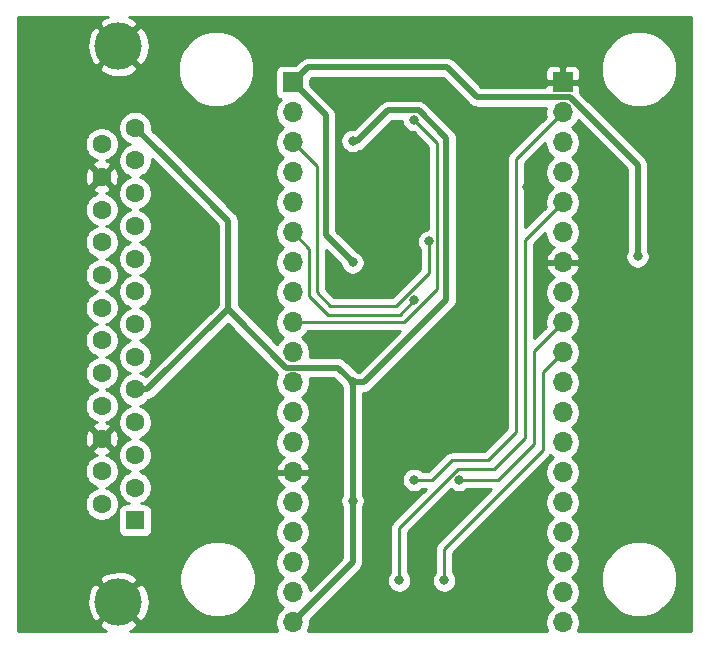
<source format=gbr>
%TF.GenerationSoftware,KiCad,Pcbnew,(5.1.10)-1*%
%TF.CreationDate,2021-12-24T17:51:45-05:00*%
%TF.ProjectId,BlueRetro Genesis ESP32 Shield,426c7565-5265-4747-926f-2047656e6573,rev?*%
%TF.SameCoordinates,Original*%
%TF.FileFunction,Copper,L2,Bot*%
%TF.FilePolarity,Positive*%
%FSLAX46Y46*%
G04 Gerber Fmt 4.6, Leading zero omitted, Abs format (unit mm)*
G04 Created by KiCad (PCBNEW (5.1.10)-1) date 2021-12-24 17:51:45*
%MOMM*%
%LPD*%
G01*
G04 APERTURE LIST*
%TA.AperFunction,ComponentPad*%
%ADD10R,1.600000X1.600000*%
%TD*%
%TA.AperFunction,ComponentPad*%
%ADD11C,1.600000*%
%TD*%
%TA.AperFunction,ComponentPad*%
%ADD12C,4.000000*%
%TD*%
%TA.AperFunction,ComponentPad*%
%ADD13R,1.700000X1.700000*%
%TD*%
%TA.AperFunction,ComponentPad*%
%ADD14O,1.700000X1.700000*%
%TD*%
%TA.AperFunction,ViaPad*%
%ADD15C,0.800000*%
%TD*%
%TA.AperFunction,Conductor*%
%ADD16C,0.500000*%
%TD*%
%TA.AperFunction,Conductor*%
%ADD17C,0.250000*%
%TD*%
%TA.AperFunction,Conductor*%
%ADD18C,0.254000*%
%TD*%
%TA.AperFunction,Conductor*%
%ADD19C,0.100000*%
%TD*%
G04 APERTURE END LIST*
D10*
%TO.P,J3,1*%
%TO.N,U1*%
X132715000Y-100584000D03*
D11*
%TO.P,J3,2*%
%TO.N,D1*%
X132715000Y-97814000D03*
%TO.P,J3,3*%
%TO.N,L1*%
X132715000Y-95044000D03*
%TO.P,J3,4*%
%TO.N,R1*%
X132715000Y-92274000D03*
%TO.P,J3,5*%
%TO.N,+5V*%
X132715000Y-89504000D03*
%TO.P,J3,6*%
%TO.N,Net-(J3-Pad6)*%
X132715000Y-86734000D03*
%TO.P,J3,7*%
%TO.N,Net-(J3-Pad7)*%
X132715000Y-83964000D03*
%TO.P,J3,8*%
%TO.N,Net-(J3-Pad8)*%
X132715000Y-81194000D03*
%TO.P,J3,9*%
%TO.N,U2*%
X132715000Y-78424000D03*
%TO.P,J3,10*%
%TO.N,D2*%
X132715000Y-75654000D03*
%TO.P,J3,11*%
%TO.N,L2*%
X132715000Y-72884000D03*
%TO.P,J3,12*%
%TO.N,R2*%
X132715000Y-70114000D03*
%TO.P,J3,13*%
%TO.N,+5V*%
X132715000Y-67344000D03*
%TO.P,J3,14*%
%TO.N,TL1*%
X129875000Y-99199000D03*
%TO.P,J3,15*%
%TO.N,TH1*%
X129875000Y-96429000D03*
%TO.P,J3,16*%
%TO.N,GND*%
X129875000Y-93659000D03*
%TO.P,J3,17*%
%TO.N,TR1*%
X129875000Y-90889000D03*
%TO.P,J3,18*%
%TO.N,Net-(J3-Pad18)*%
X129875000Y-88119000D03*
%TO.P,J3,19*%
%TO.N,Net-(J3-Pad19)*%
X129875000Y-85349000D03*
%TO.P,J3,20*%
%TO.N,Net-(J3-Pad20)*%
X129875000Y-82579000D03*
%TO.P,J3,21*%
%TO.N,Net-(J3-Pad21)*%
X129875000Y-79809000D03*
%TO.P,J3,22*%
%TO.N,TL2*%
X129875000Y-77039000D03*
%TO.P,J3,23*%
%TO.N,TH2*%
X129875000Y-74269000D03*
%TO.P,J3,24*%
%TO.N,GND*%
X129875000Y-71499000D03*
%TO.P,J3,25*%
%TO.N,TR2*%
X129875000Y-68729000D03*
D12*
%TO.P,J3,0*%
%TO.N,GND*%
X131295000Y-60414000D03*
X131295000Y-107514000D03*
%TD*%
D13*
%TO.P,J1,1*%
%TO.N,+3V3*%
X146050000Y-63500000D03*
D14*
%TO.P,J1,2*%
%TO.N,Net-(J1-Pad2)*%
X146050000Y-66040000D03*
%TO.P,J1,3*%
%TO.N,IO36*%
X146050000Y-68580000D03*
%TO.P,J1,4*%
%TO.N,Net-(J1-Pad4)*%
X146050000Y-71120000D03*
%TO.P,J1,5*%
%TO.N,Net-(J1-Pad5)*%
X146050000Y-73660000D03*
%TO.P,J1,6*%
%TO.N,IO35*%
X146050000Y-76200000D03*
%TO.P,J1,7*%
%TO.N,Net-(J1-Pad7)*%
X146050000Y-78740000D03*
%TO.P,J1,8*%
%TO.N,IO33*%
X146050000Y-81280000D03*
%TO.P,J1,9*%
%TO.N,IO25*%
X146050000Y-83820000D03*
%TO.P,J1,10*%
%TO.N,IO26*%
X146050000Y-86360000D03*
%TO.P,J1,11*%
%TO.N,IO27*%
X146050000Y-88900000D03*
%TO.P,J1,12*%
%TO.N,Net-(J1-Pad12)*%
X146050000Y-91440000D03*
%TO.P,J1,13*%
%TO.N,Net-(J1-Pad13)*%
X146050000Y-93980000D03*
%TO.P,J1,14*%
%TO.N,GND*%
X146050000Y-96520000D03*
%TO.P,J1,15*%
%TO.N,Net-(J1-Pad15)*%
X146050000Y-99060000D03*
%TO.P,J1,16*%
%TO.N,Net-(J1-Pad16)*%
X146050000Y-101600000D03*
%TO.P,J1,17*%
%TO.N,Net-(J1-Pad17)*%
X146050000Y-104140000D03*
%TO.P,J1,18*%
%TO.N,Net-(J1-Pad18)*%
X146050000Y-106680000D03*
%TO.P,J1,19*%
%TO.N,+5V*%
X146050000Y-109220000D03*
%TD*%
%TO.P,J2,19*%
%TO.N,Net-(J2-Pad19)*%
X168910000Y-109220000D03*
%TO.P,J2,18*%
%TO.N,Net-(J2-Pad18)*%
X168910000Y-106680000D03*
%TO.P,J2,17*%
%TO.N,Net-(J2-Pad17)*%
X168910000Y-104140000D03*
%TO.P,J2,16*%
%TO.N,Net-(J2-Pad16)*%
X168910000Y-101600000D03*
%TO.P,J2,15*%
%TO.N,Net-(J2-Pad15)*%
X168910000Y-99060000D03*
%TO.P,J2,14*%
%TO.N,Net-(J2-Pad14)*%
X168910000Y-96520000D03*
%TO.P,J2,13*%
%TO.N,Net-(J2-Pad13)*%
X168910000Y-93980000D03*
%TO.P,J2,12*%
%TO.N,IO16*%
X168910000Y-91440000D03*
%TO.P,J2,11*%
%TO.N,IO17*%
X168910000Y-88900000D03*
%TO.P,J2,10*%
%TO.N,IO5*%
X168910000Y-86360000D03*
%TO.P,J2,9*%
%TO.N,IO18*%
X168910000Y-83820000D03*
%TO.P,J2,8*%
%TO.N,IO19*%
X168910000Y-81280000D03*
%TO.P,J2,7*%
%TO.N,GND*%
X168910000Y-78740000D03*
%TO.P,J2,6*%
%TO.N,IO21*%
X168910000Y-76200000D03*
%TO.P,J2,5*%
%TO.N,IO3*%
X168910000Y-73660000D03*
%TO.P,J2,4*%
%TO.N,Net-(J2-Pad4)*%
X168910000Y-71120000D03*
%TO.P,J2,3*%
%TO.N,IO22*%
X168910000Y-68580000D03*
%TO.P,J2,2*%
%TO.N,IO23*%
X168910000Y-66040000D03*
D13*
%TO.P,J2,1*%
%TO.N,GND*%
X168910000Y-63500000D03*
%TD*%
D15*
%TO.N,GND*%
X137414000Y-81280000D03*
X165862000Y-72390000D03*
X161417000Y-71120000D03*
X150622000Y-66929000D03*
X151003000Y-75057000D03*
X150622000Y-85852000D03*
X158750000Y-85979000D03*
X161417000Y-91186000D03*
X157607000Y-91821000D03*
X156083000Y-86868000D03*
X154305000Y-97028000D03*
X148780500Y-104584500D03*
X143002000Y-81280000D03*
X135509000Y-84328000D03*
X140208000Y-89535000D03*
X149225000Y-97282000D03*
X156972000Y-71501000D03*
X140716000Y-71628000D03*
X136017000Y-74295000D03*
X136906000Y-77089000D03*
X138557000Y-93726000D03*
X138557000Y-96393000D03*
X138557000Y-99441000D03*
%TO.N,+3V3*%
X175260000Y-78232000D03*
X151130000Y-78740000D03*
%TO.N,+5V*%
X151130000Y-68453000D03*
X151130000Y-88900000D03*
X151130000Y-98933000D03*
%TO.N,IO36*%
X157607000Y-76962000D03*
%TO.N,IO35*%
X156337000Y-81957410D03*
%TO.N,IO25*%
X156337000Y-66675000D03*
%TO.N,IO5*%
X158877000Y-105664000D03*
%TO.N,IO18*%
X160147000Y-97155000D03*
%TO.N,IO3*%
X155067000Y-105664000D03*
%TO.N,IO23*%
X156337000Y-97155000D03*
%TD*%
D16*
%TO.N,+3V3*%
X148844000Y-66294000D02*
X146050000Y-63500000D01*
X148844000Y-76454000D02*
X148844000Y-66294000D01*
X151130000Y-78740000D02*
X148844000Y-76454000D01*
X147320000Y-62230000D02*
X146050000Y-63500000D01*
X159131000Y-62230000D02*
X147320000Y-62230000D01*
X161653401Y-64752401D02*
X159131000Y-62230000D01*
X169527401Y-64752401D02*
X161653401Y-64752401D01*
X175260000Y-70485000D02*
X169527401Y-64752401D01*
X175260000Y-76200000D02*
X175260000Y-70485000D01*
X175260000Y-76200000D02*
X175260000Y-78232000D01*
%TO.N,+5V*%
X152076685Y-88900000D02*
X159067500Y-81909185D01*
X151511000Y-88900000D02*
X152076685Y-88900000D01*
X154091401Y-65872599D02*
X151511000Y-68453000D01*
X156722153Y-65872599D02*
X154091401Y-65872599D01*
X159067500Y-68217946D02*
X156722153Y-65872599D01*
X159067500Y-81909185D02*
X159067500Y-68217946D01*
X135231000Y-69860000D02*
X132715000Y-67344000D01*
X140589000Y-75218000D02*
X135231000Y-69860000D01*
X140589000Y-82752554D02*
X140589000Y-75218000D01*
X140902401Y-83065955D02*
X140589000Y-82752554D01*
X145484045Y-87647599D02*
X140902401Y-83065955D01*
X149877599Y-87647599D02*
X145484045Y-87647599D01*
X151130000Y-88900000D02*
X149877599Y-87647599D01*
X151511000Y-88900000D02*
X151130000Y-88900000D01*
X151130000Y-104140000D02*
X146050000Y-109220000D01*
X151130000Y-88900000D02*
X151130000Y-104140000D01*
X133762000Y-89504000D02*
X132715000Y-89504000D01*
X140551223Y-82714777D02*
X133762000Y-89504000D01*
X140902401Y-83065955D02*
X140551223Y-82714777D01*
D17*
%TO.N,IO36*%
X148082000Y-70612000D02*
X146050000Y-68580000D01*
X148082000Y-81280000D02*
X148082000Y-70612000D01*
X149225000Y-82423000D02*
X148082000Y-81280000D01*
X154813000Y-82423000D02*
X149225000Y-82423000D01*
X157607000Y-79629000D02*
X154813000Y-82423000D01*
X157607000Y-76962000D02*
X157607000Y-79629000D01*
%TO.N,IO35*%
X147425589Y-77575589D02*
X147425589Y-81573684D01*
X146050000Y-76200000D02*
X147425589Y-77575589D01*
X147425589Y-81573684D02*
X149036905Y-83185000D01*
X149036905Y-83185000D02*
X155109410Y-83185000D01*
X155109410Y-83185000D02*
X156337000Y-81957410D01*
%TO.N,IO25*%
X155257500Y-83820000D02*
X146050000Y-83820000D01*
X155434554Y-83820000D02*
X155257500Y-83820000D01*
X155448000Y-83820000D02*
X155257500Y-83820000D01*
X158284401Y-80983599D02*
X155448000Y-83820000D01*
X158284401Y-68622401D02*
X158284401Y-80983599D01*
X156337000Y-66675000D02*
X158284401Y-68622401D01*
%TO.N,IO5*%
X167259000Y-88011000D02*
X168910000Y-86360000D01*
X167259000Y-94615000D02*
X167259000Y-88011000D01*
X158877000Y-102997000D02*
X167259000Y-94615000D01*
X158877000Y-105664000D02*
X158877000Y-102997000D01*
%TO.N,IO18*%
X166497000Y-86233000D02*
X168910000Y-83820000D01*
X166497000Y-94107000D02*
X166497000Y-86233000D01*
X163449000Y-97155000D02*
X166497000Y-94107000D01*
X160147000Y-97155000D02*
X163449000Y-97155000D01*
%TO.N,IO3*%
X165735000Y-76835000D02*
X168910000Y-73660000D01*
X163068000Y-96266000D02*
X165735000Y-93599000D01*
X160033446Y-96266000D02*
X163068000Y-96266000D01*
X165735000Y-93599000D02*
X165735000Y-76835000D01*
X155067000Y-101232446D02*
X160033446Y-96266000D01*
X155067000Y-105664000D02*
X155067000Y-101232446D01*
%TO.N,IO23*%
X164973000Y-69977000D02*
X168910000Y-66040000D01*
X162560000Y-95504000D02*
X164973000Y-93091000D01*
X159512000Y-95504000D02*
X162560000Y-95504000D01*
X164973000Y-93091000D02*
X164973000Y-69977000D01*
X157861000Y-97155000D02*
X159512000Y-95504000D01*
X156337000Y-97155000D02*
X157861000Y-97155000D01*
%TD*%
D18*
%TO.N,GND*%
X160996871Y-65347450D02*
X161024584Y-65381218D01*
X161058352Y-65408931D01*
X161058354Y-65408933D01*
X161135702Y-65472411D01*
X161159342Y-65491812D01*
X161313088Y-65573990D01*
X161479911Y-65624596D01*
X161609924Y-65637401D01*
X161609932Y-65637401D01*
X161653401Y-65641682D01*
X161696870Y-65637401D01*
X167475989Y-65637401D01*
X167425000Y-65893740D01*
X167425000Y-66186260D01*
X167468790Y-66406408D01*
X164461998Y-69413201D01*
X164433000Y-69436999D01*
X164409202Y-69465997D01*
X164409201Y-69465998D01*
X164338026Y-69552724D01*
X164267454Y-69684754D01*
X164249001Y-69745589D01*
X164223998Y-69828014D01*
X164217303Y-69895990D01*
X164209324Y-69977000D01*
X164213001Y-70014333D01*
X164213000Y-92776198D01*
X162245199Y-94744000D01*
X159549333Y-94744000D01*
X159512000Y-94740323D01*
X159474667Y-94744000D01*
X159363014Y-94754997D01*
X159219753Y-94798454D01*
X159087724Y-94869026D01*
X158971999Y-94963999D01*
X158948201Y-94992997D01*
X157546199Y-96395000D01*
X157040711Y-96395000D01*
X156996774Y-96351063D01*
X156827256Y-96237795D01*
X156638898Y-96159774D01*
X156438939Y-96120000D01*
X156235061Y-96120000D01*
X156035102Y-96159774D01*
X155846744Y-96237795D01*
X155677226Y-96351063D01*
X155533063Y-96495226D01*
X155419795Y-96664744D01*
X155341774Y-96853102D01*
X155302000Y-97053061D01*
X155302000Y-97256939D01*
X155341774Y-97456898D01*
X155419795Y-97645256D01*
X155533063Y-97814774D01*
X155677226Y-97958937D01*
X155846744Y-98072205D01*
X156035102Y-98150226D01*
X156235061Y-98190000D01*
X156438939Y-98190000D01*
X156638898Y-98150226D01*
X156827256Y-98072205D01*
X156996774Y-97958937D01*
X157040711Y-97915000D01*
X157309644Y-97915000D01*
X154555998Y-100668647D01*
X154527000Y-100692445D01*
X154503202Y-100721443D01*
X154503201Y-100721444D01*
X154432026Y-100808170D01*
X154361454Y-100940200D01*
X154331180Y-101040004D01*
X154317998Y-101083460D01*
X154307001Y-101195113D01*
X154303324Y-101232446D01*
X154307001Y-101269778D01*
X154307000Y-104960289D01*
X154263063Y-105004226D01*
X154149795Y-105173744D01*
X154071774Y-105362102D01*
X154032000Y-105562061D01*
X154032000Y-105765939D01*
X154071774Y-105965898D01*
X154149795Y-106154256D01*
X154263063Y-106323774D01*
X154407226Y-106467937D01*
X154576744Y-106581205D01*
X154765102Y-106659226D01*
X154965061Y-106699000D01*
X155168939Y-106699000D01*
X155368898Y-106659226D01*
X155557256Y-106581205D01*
X155726774Y-106467937D01*
X155870937Y-106323774D01*
X155984205Y-106154256D01*
X156062226Y-105965898D01*
X156102000Y-105765939D01*
X156102000Y-105562061D01*
X156062226Y-105362102D01*
X155984205Y-105173744D01*
X155870937Y-105004226D01*
X155827000Y-104960289D01*
X155827000Y-101547247D01*
X159451268Y-97922979D01*
X159487226Y-97958937D01*
X159656744Y-98072205D01*
X159845102Y-98150226D01*
X160045061Y-98190000D01*
X160248939Y-98190000D01*
X160448898Y-98150226D01*
X160637256Y-98072205D01*
X160806774Y-97958937D01*
X160850711Y-97915000D01*
X162884198Y-97915000D01*
X158365998Y-102433201D01*
X158337000Y-102456999D01*
X158313202Y-102485997D01*
X158313201Y-102485998D01*
X158242026Y-102572724D01*
X158171454Y-102704754D01*
X158141180Y-102804558D01*
X158135280Y-102824010D01*
X158127998Y-102848015D01*
X158113324Y-102997000D01*
X158117001Y-103034332D01*
X158117000Y-104960289D01*
X158073063Y-105004226D01*
X157959795Y-105173744D01*
X157881774Y-105362102D01*
X157842000Y-105562061D01*
X157842000Y-105765939D01*
X157881774Y-105965898D01*
X157959795Y-106154256D01*
X158073063Y-106323774D01*
X158217226Y-106467937D01*
X158386744Y-106581205D01*
X158575102Y-106659226D01*
X158775061Y-106699000D01*
X158978939Y-106699000D01*
X159178898Y-106659226D01*
X159367256Y-106581205D01*
X159536774Y-106467937D01*
X159680937Y-106323774D01*
X159794205Y-106154256D01*
X159872226Y-105965898D01*
X159912000Y-105765939D01*
X159912000Y-105562061D01*
X159872226Y-105362102D01*
X159794205Y-105173744D01*
X159680937Y-105004226D01*
X159637000Y-104960289D01*
X159637000Y-103311801D01*
X167770004Y-95178798D01*
X167799001Y-95155001D01*
X167856203Y-95085300D01*
X167882793Y-95052900D01*
X167963368Y-95133475D01*
X168137760Y-95250000D01*
X167963368Y-95366525D01*
X167756525Y-95573368D01*
X167594010Y-95816589D01*
X167482068Y-96086842D01*
X167425000Y-96373740D01*
X167425000Y-96666260D01*
X167482068Y-96953158D01*
X167594010Y-97223411D01*
X167756525Y-97466632D01*
X167963368Y-97673475D01*
X168137760Y-97790000D01*
X167963368Y-97906525D01*
X167756525Y-98113368D01*
X167594010Y-98356589D01*
X167482068Y-98626842D01*
X167425000Y-98913740D01*
X167425000Y-99206260D01*
X167482068Y-99493158D01*
X167594010Y-99763411D01*
X167756525Y-100006632D01*
X167963368Y-100213475D01*
X168137760Y-100330000D01*
X167963368Y-100446525D01*
X167756525Y-100653368D01*
X167594010Y-100896589D01*
X167482068Y-101166842D01*
X167425000Y-101453740D01*
X167425000Y-101746260D01*
X167482068Y-102033158D01*
X167594010Y-102303411D01*
X167756525Y-102546632D01*
X167963368Y-102753475D01*
X168137760Y-102870000D01*
X167963368Y-102986525D01*
X167756525Y-103193368D01*
X167594010Y-103436589D01*
X167482068Y-103706842D01*
X167425000Y-103993740D01*
X167425000Y-104286260D01*
X167482068Y-104573158D01*
X167594010Y-104843411D01*
X167756525Y-105086632D01*
X167963368Y-105293475D01*
X168137760Y-105410000D01*
X167963368Y-105526525D01*
X167756525Y-105733368D01*
X167594010Y-105976589D01*
X167482068Y-106246842D01*
X167425000Y-106533740D01*
X167425000Y-106826260D01*
X167482068Y-107113158D01*
X167594010Y-107383411D01*
X167756525Y-107626632D01*
X167963368Y-107833475D01*
X168137760Y-107950000D01*
X167963368Y-108066525D01*
X167756525Y-108273368D01*
X167594010Y-108516589D01*
X167482068Y-108786842D01*
X167425000Y-109073740D01*
X167425000Y-109366260D01*
X167482068Y-109653158D01*
X167594010Y-109923411D01*
X167616453Y-109957000D01*
X147343547Y-109957000D01*
X147365990Y-109923411D01*
X147477932Y-109653158D01*
X147535000Y-109366260D01*
X147535000Y-109073740D01*
X147520539Y-109001039D01*
X151725049Y-104796530D01*
X151758817Y-104768817D01*
X151869411Y-104634059D01*
X151951589Y-104480313D01*
X152002195Y-104313490D01*
X152015000Y-104183477D01*
X152015000Y-104183469D01*
X152019281Y-104140000D01*
X152015000Y-104096531D01*
X152015000Y-99471454D01*
X152047205Y-99423256D01*
X152125226Y-99234898D01*
X152165000Y-99034939D01*
X152165000Y-98831061D01*
X152125226Y-98631102D01*
X152047205Y-98442744D01*
X152015000Y-98394546D01*
X152015000Y-89785000D01*
X152033216Y-89785000D01*
X152076685Y-89789281D01*
X152120154Y-89785000D01*
X152120162Y-89785000D01*
X152250175Y-89772195D01*
X152416998Y-89721589D01*
X152570744Y-89639411D01*
X152705502Y-89528817D01*
X152733219Y-89495044D01*
X159662551Y-82565713D01*
X159696317Y-82538002D01*
X159751380Y-82470909D01*
X159789056Y-82425000D01*
X159806911Y-82403244D01*
X159889089Y-82249498D01*
X159939695Y-82082675D01*
X159952500Y-81952662D01*
X159952500Y-81952652D01*
X159956781Y-81909186D01*
X159952500Y-81865720D01*
X159952500Y-68261415D01*
X159956781Y-68217946D01*
X159952500Y-68174477D01*
X159952500Y-68174469D01*
X159939695Y-68044456D01*
X159889089Y-67877633D01*
X159889089Y-67877632D01*
X159806911Y-67723887D01*
X159724032Y-67622899D01*
X159724030Y-67622897D01*
X159696317Y-67589129D01*
X159662549Y-67561416D01*
X157378687Y-65277555D01*
X157350970Y-65243782D01*
X157216212Y-65133188D01*
X157062466Y-65051010D01*
X156895643Y-65000404D01*
X156765630Y-64987599D01*
X156765622Y-64987599D01*
X156722153Y-64983318D01*
X156678684Y-64987599D01*
X154134866Y-64987599D01*
X154091400Y-64983318D01*
X154047934Y-64987599D01*
X154047924Y-64987599D01*
X153917911Y-65000404D01*
X153751088Y-65051010D01*
X153597342Y-65133188D01*
X153597340Y-65133189D01*
X153597341Y-65133189D01*
X153496354Y-65216067D01*
X153496352Y-65216069D01*
X153462584Y-65243782D01*
X153434871Y-65277550D01*
X151284055Y-67428367D01*
X151231939Y-67418000D01*
X151028061Y-67418000D01*
X150828102Y-67457774D01*
X150639744Y-67535795D01*
X150470226Y-67649063D01*
X150326063Y-67793226D01*
X150212795Y-67962744D01*
X150134774Y-68151102D01*
X150095000Y-68351061D01*
X150095000Y-68554939D01*
X150134774Y-68754898D01*
X150212795Y-68943256D01*
X150326063Y-69112774D01*
X150470226Y-69256937D01*
X150639744Y-69370205D01*
X150828102Y-69448226D01*
X151028061Y-69488000D01*
X151231939Y-69488000D01*
X151431898Y-69448226D01*
X151620256Y-69370205D01*
X151690220Y-69323457D01*
X151851313Y-69274588D01*
X152005059Y-69192410D01*
X152106046Y-69109532D01*
X154457980Y-66757599D01*
X155302000Y-66757599D01*
X155302000Y-66776939D01*
X155341774Y-66976898D01*
X155419795Y-67165256D01*
X155533063Y-67334774D01*
X155677226Y-67478937D01*
X155846744Y-67592205D01*
X156035102Y-67670226D01*
X156235061Y-67710000D01*
X156297199Y-67710000D01*
X157524401Y-68937203D01*
X157524402Y-75927000D01*
X157505061Y-75927000D01*
X157305102Y-75966774D01*
X157116744Y-76044795D01*
X156947226Y-76158063D01*
X156803063Y-76302226D01*
X156689795Y-76471744D01*
X156611774Y-76660102D01*
X156572000Y-76860061D01*
X156572000Y-77063939D01*
X156611774Y-77263898D01*
X156689795Y-77452256D01*
X156803063Y-77621774D01*
X156847000Y-77665711D01*
X156847001Y-79314197D01*
X154498199Y-81663000D01*
X149539802Y-81663000D01*
X148842000Y-80965199D01*
X148842000Y-77703578D01*
X150123465Y-78985044D01*
X150134774Y-79041898D01*
X150212795Y-79230256D01*
X150326063Y-79399774D01*
X150470226Y-79543937D01*
X150639744Y-79657205D01*
X150828102Y-79735226D01*
X151028061Y-79775000D01*
X151231939Y-79775000D01*
X151431898Y-79735226D01*
X151620256Y-79657205D01*
X151789774Y-79543937D01*
X151933937Y-79399774D01*
X152047205Y-79230256D01*
X152125226Y-79041898D01*
X152165000Y-78841939D01*
X152165000Y-78638061D01*
X152125226Y-78438102D01*
X152047205Y-78249744D01*
X151933937Y-78080226D01*
X151789774Y-77936063D01*
X151620256Y-77822795D01*
X151431898Y-77744774D01*
X151375044Y-77733465D01*
X149729000Y-76087422D01*
X149729000Y-66337469D01*
X149733281Y-66294000D01*
X149729000Y-66250531D01*
X149729000Y-66250523D01*
X149716195Y-66120510D01*
X149713371Y-66111201D01*
X149665589Y-65953686D01*
X149583411Y-65799941D01*
X149500532Y-65698953D01*
X149500530Y-65698951D01*
X149472817Y-65665183D01*
X149439049Y-65637470D01*
X147538072Y-63736494D01*
X147538072Y-63263507D01*
X147686579Y-63115000D01*
X158764422Y-63115000D01*
X160996871Y-65347450D01*
%TA.AperFunction,Conductor*%
D19*
G36*
X160996871Y-65347450D02*
G01*
X161024584Y-65381218D01*
X161058352Y-65408931D01*
X161058354Y-65408933D01*
X161135702Y-65472411D01*
X161159342Y-65491812D01*
X161313088Y-65573990D01*
X161479911Y-65624596D01*
X161609924Y-65637401D01*
X161609932Y-65637401D01*
X161653401Y-65641682D01*
X161696870Y-65637401D01*
X167475989Y-65637401D01*
X167425000Y-65893740D01*
X167425000Y-66186260D01*
X167468790Y-66406408D01*
X164461998Y-69413201D01*
X164433000Y-69436999D01*
X164409202Y-69465997D01*
X164409201Y-69465998D01*
X164338026Y-69552724D01*
X164267454Y-69684754D01*
X164249001Y-69745589D01*
X164223998Y-69828014D01*
X164217303Y-69895990D01*
X164209324Y-69977000D01*
X164213001Y-70014333D01*
X164213000Y-92776198D01*
X162245199Y-94744000D01*
X159549333Y-94744000D01*
X159512000Y-94740323D01*
X159474667Y-94744000D01*
X159363014Y-94754997D01*
X159219753Y-94798454D01*
X159087724Y-94869026D01*
X158971999Y-94963999D01*
X158948201Y-94992997D01*
X157546199Y-96395000D01*
X157040711Y-96395000D01*
X156996774Y-96351063D01*
X156827256Y-96237795D01*
X156638898Y-96159774D01*
X156438939Y-96120000D01*
X156235061Y-96120000D01*
X156035102Y-96159774D01*
X155846744Y-96237795D01*
X155677226Y-96351063D01*
X155533063Y-96495226D01*
X155419795Y-96664744D01*
X155341774Y-96853102D01*
X155302000Y-97053061D01*
X155302000Y-97256939D01*
X155341774Y-97456898D01*
X155419795Y-97645256D01*
X155533063Y-97814774D01*
X155677226Y-97958937D01*
X155846744Y-98072205D01*
X156035102Y-98150226D01*
X156235061Y-98190000D01*
X156438939Y-98190000D01*
X156638898Y-98150226D01*
X156827256Y-98072205D01*
X156996774Y-97958937D01*
X157040711Y-97915000D01*
X157309644Y-97915000D01*
X154555998Y-100668647D01*
X154527000Y-100692445D01*
X154503202Y-100721443D01*
X154503201Y-100721444D01*
X154432026Y-100808170D01*
X154361454Y-100940200D01*
X154331180Y-101040004D01*
X154317998Y-101083460D01*
X154307001Y-101195113D01*
X154303324Y-101232446D01*
X154307001Y-101269778D01*
X154307000Y-104960289D01*
X154263063Y-105004226D01*
X154149795Y-105173744D01*
X154071774Y-105362102D01*
X154032000Y-105562061D01*
X154032000Y-105765939D01*
X154071774Y-105965898D01*
X154149795Y-106154256D01*
X154263063Y-106323774D01*
X154407226Y-106467937D01*
X154576744Y-106581205D01*
X154765102Y-106659226D01*
X154965061Y-106699000D01*
X155168939Y-106699000D01*
X155368898Y-106659226D01*
X155557256Y-106581205D01*
X155726774Y-106467937D01*
X155870937Y-106323774D01*
X155984205Y-106154256D01*
X156062226Y-105965898D01*
X156102000Y-105765939D01*
X156102000Y-105562061D01*
X156062226Y-105362102D01*
X155984205Y-105173744D01*
X155870937Y-105004226D01*
X155827000Y-104960289D01*
X155827000Y-101547247D01*
X159451268Y-97922979D01*
X159487226Y-97958937D01*
X159656744Y-98072205D01*
X159845102Y-98150226D01*
X160045061Y-98190000D01*
X160248939Y-98190000D01*
X160448898Y-98150226D01*
X160637256Y-98072205D01*
X160806774Y-97958937D01*
X160850711Y-97915000D01*
X162884198Y-97915000D01*
X158365998Y-102433201D01*
X158337000Y-102456999D01*
X158313202Y-102485997D01*
X158313201Y-102485998D01*
X158242026Y-102572724D01*
X158171454Y-102704754D01*
X158141180Y-102804558D01*
X158135280Y-102824010D01*
X158127998Y-102848015D01*
X158113324Y-102997000D01*
X158117001Y-103034332D01*
X158117000Y-104960289D01*
X158073063Y-105004226D01*
X157959795Y-105173744D01*
X157881774Y-105362102D01*
X157842000Y-105562061D01*
X157842000Y-105765939D01*
X157881774Y-105965898D01*
X157959795Y-106154256D01*
X158073063Y-106323774D01*
X158217226Y-106467937D01*
X158386744Y-106581205D01*
X158575102Y-106659226D01*
X158775061Y-106699000D01*
X158978939Y-106699000D01*
X159178898Y-106659226D01*
X159367256Y-106581205D01*
X159536774Y-106467937D01*
X159680937Y-106323774D01*
X159794205Y-106154256D01*
X159872226Y-105965898D01*
X159912000Y-105765939D01*
X159912000Y-105562061D01*
X159872226Y-105362102D01*
X159794205Y-105173744D01*
X159680937Y-105004226D01*
X159637000Y-104960289D01*
X159637000Y-103311801D01*
X167770004Y-95178798D01*
X167799001Y-95155001D01*
X167856203Y-95085300D01*
X167882793Y-95052900D01*
X167963368Y-95133475D01*
X168137760Y-95250000D01*
X167963368Y-95366525D01*
X167756525Y-95573368D01*
X167594010Y-95816589D01*
X167482068Y-96086842D01*
X167425000Y-96373740D01*
X167425000Y-96666260D01*
X167482068Y-96953158D01*
X167594010Y-97223411D01*
X167756525Y-97466632D01*
X167963368Y-97673475D01*
X168137760Y-97790000D01*
X167963368Y-97906525D01*
X167756525Y-98113368D01*
X167594010Y-98356589D01*
X167482068Y-98626842D01*
X167425000Y-98913740D01*
X167425000Y-99206260D01*
X167482068Y-99493158D01*
X167594010Y-99763411D01*
X167756525Y-100006632D01*
X167963368Y-100213475D01*
X168137760Y-100330000D01*
X167963368Y-100446525D01*
X167756525Y-100653368D01*
X167594010Y-100896589D01*
X167482068Y-101166842D01*
X167425000Y-101453740D01*
X167425000Y-101746260D01*
X167482068Y-102033158D01*
X167594010Y-102303411D01*
X167756525Y-102546632D01*
X167963368Y-102753475D01*
X168137760Y-102870000D01*
X167963368Y-102986525D01*
X167756525Y-103193368D01*
X167594010Y-103436589D01*
X167482068Y-103706842D01*
X167425000Y-103993740D01*
X167425000Y-104286260D01*
X167482068Y-104573158D01*
X167594010Y-104843411D01*
X167756525Y-105086632D01*
X167963368Y-105293475D01*
X168137760Y-105410000D01*
X167963368Y-105526525D01*
X167756525Y-105733368D01*
X167594010Y-105976589D01*
X167482068Y-106246842D01*
X167425000Y-106533740D01*
X167425000Y-106826260D01*
X167482068Y-107113158D01*
X167594010Y-107383411D01*
X167756525Y-107626632D01*
X167963368Y-107833475D01*
X168137760Y-107950000D01*
X167963368Y-108066525D01*
X167756525Y-108273368D01*
X167594010Y-108516589D01*
X167482068Y-108786842D01*
X167425000Y-109073740D01*
X167425000Y-109366260D01*
X167482068Y-109653158D01*
X167594010Y-109923411D01*
X167616453Y-109957000D01*
X147343547Y-109957000D01*
X147365990Y-109923411D01*
X147477932Y-109653158D01*
X147535000Y-109366260D01*
X147535000Y-109073740D01*
X147520539Y-109001039D01*
X151725049Y-104796530D01*
X151758817Y-104768817D01*
X151869411Y-104634059D01*
X151951589Y-104480313D01*
X152002195Y-104313490D01*
X152015000Y-104183477D01*
X152015000Y-104183469D01*
X152019281Y-104140000D01*
X152015000Y-104096531D01*
X152015000Y-99471454D01*
X152047205Y-99423256D01*
X152125226Y-99234898D01*
X152165000Y-99034939D01*
X152165000Y-98831061D01*
X152125226Y-98631102D01*
X152047205Y-98442744D01*
X152015000Y-98394546D01*
X152015000Y-89785000D01*
X152033216Y-89785000D01*
X152076685Y-89789281D01*
X152120154Y-89785000D01*
X152120162Y-89785000D01*
X152250175Y-89772195D01*
X152416998Y-89721589D01*
X152570744Y-89639411D01*
X152705502Y-89528817D01*
X152733219Y-89495044D01*
X159662551Y-82565713D01*
X159696317Y-82538002D01*
X159751380Y-82470909D01*
X159789056Y-82425000D01*
X159806911Y-82403244D01*
X159889089Y-82249498D01*
X159939695Y-82082675D01*
X159952500Y-81952662D01*
X159952500Y-81952652D01*
X159956781Y-81909186D01*
X159952500Y-81865720D01*
X159952500Y-68261415D01*
X159956781Y-68217946D01*
X159952500Y-68174477D01*
X159952500Y-68174469D01*
X159939695Y-68044456D01*
X159889089Y-67877633D01*
X159889089Y-67877632D01*
X159806911Y-67723887D01*
X159724032Y-67622899D01*
X159724030Y-67622897D01*
X159696317Y-67589129D01*
X159662549Y-67561416D01*
X157378687Y-65277555D01*
X157350970Y-65243782D01*
X157216212Y-65133188D01*
X157062466Y-65051010D01*
X156895643Y-65000404D01*
X156765630Y-64987599D01*
X156765622Y-64987599D01*
X156722153Y-64983318D01*
X156678684Y-64987599D01*
X154134866Y-64987599D01*
X154091400Y-64983318D01*
X154047934Y-64987599D01*
X154047924Y-64987599D01*
X153917911Y-65000404D01*
X153751088Y-65051010D01*
X153597342Y-65133188D01*
X153597340Y-65133189D01*
X153597341Y-65133189D01*
X153496354Y-65216067D01*
X153496352Y-65216069D01*
X153462584Y-65243782D01*
X153434871Y-65277550D01*
X151284055Y-67428367D01*
X151231939Y-67418000D01*
X151028061Y-67418000D01*
X150828102Y-67457774D01*
X150639744Y-67535795D01*
X150470226Y-67649063D01*
X150326063Y-67793226D01*
X150212795Y-67962744D01*
X150134774Y-68151102D01*
X150095000Y-68351061D01*
X150095000Y-68554939D01*
X150134774Y-68754898D01*
X150212795Y-68943256D01*
X150326063Y-69112774D01*
X150470226Y-69256937D01*
X150639744Y-69370205D01*
X150828102Y-69448226D01*
X151028061Y-69488000D01*
X151231939Y-69488000D01*
X151431898Y-69448226D01*
X151620256Y-69370205D01*
X151690220Y-69323457D01*
X151851313Y-69274588D01*
X152005059Y-69192410D01*
X152106046Y-69109532D01*
X154457980Y-66757599D01*
X155302000Y-66757599D01*
X155302000Y-66776939D01*
X155341774Y-66976898D01*
X155419795Y-67165256D01*
X155533063Y-67334774D01*
X155677226Y-67478937D01*
X155846744Y-67592205D01*
X156035102Y-67670226D01*
X156235061Y-67710000D01*
X156297199Y-67710000D01*
X157524401Y-68937203D01*
X157524402Y-75927000D01*
X157505061Y-75927000D01*
X157305102Y-75966774D01*
X157116744Y-76044795D01*
X156947226Y-76158063D01*
X156803063Y-76302226D01*
X156689795Y-76471744D01*
X156611774Y-76660102D01*
X156572000Y-76860061D01*
X156572000Y-77063939D01*
X156611774Y-77263898D01*
X156689795Y-77452256D01*
X156803063Y-77621774D01*
X156847000Y-77665711D01*
X156847001Y-79314197D01*
X154498199Y-81663000D01*
X149539802Y-81663000D01*
X148842000Y-80965199D01*
X148842000Y-77703578D01*
X150123465Y-78985044D01*
X150134774Y-79041898D01*
X150212795Y-79230256D01*
X150326063Y-79399774D01*
X150470226Y-79543937D01*
X150639744Y-79657205D01*
X150828102Y-79735226D01*
X151028061Y-79775000D01*
X151231939Y-79775000D01*
X151431898Y-79735226D01*
X151620256Y-79657205D01*
X151789774Y-79543937D01*
X151933937Y-79399774D01*
X152047205Y-79230256D01*
X152125226Y-79041898D01*
X152165000Y-78841939D01*
X152165000Y-78638061D01*
X152125226Y-78438102D01*
X152047205Y-78249744D01*
X151933937Y-78080226D01*
X151789774Y-77936063D01*
X151620256Y-77822795D01*
X151431898Y-77744774D01*
X151375044Y-77733465D01*
X149729000Y-76087422D01*
X149729000Y-66337469D01*
X149733281Y-66294000D01*
X149729000Y-66250531D01*
X149729000Y-66250523D01*
X149716195Y-66120510D01*
X149713371Y-66111201D01*
X149665589Y-65953686D01*
X149583411Y-65799941D01*
X149500532Y-65698953D01*
X149500530Y-65698951D01*
X149472817Y-65665183D01*
X149439049Y-65637470D01*
X147538072Y-63736494D01*
X147538072Y-63263507D01*
X147686579Y-63115000D01*
X158764422Y-63115000D01*
X160996871Y-65347450D01*
G37*
%TD.AperFunction*%
D18*
X130260474Y-57976721D02*
X129843228Y-58199742D01*
X129627106Y-58566501D01*
X131295000Y-60234395D01*
X132962894Y-58566501D01*
X132746772Y-58199742D01*
X132286895Y-57959062D01*
X132211817Y-57937000D01*
X179807000Y-57937000D01*
X179807001Y-109957000D01*
X170203547Y-109957000D01*
X170225990Y-109923411D01*
X170337932Y-109653158D01*
X170395000Y-109366260D01*
X170395000Y-109073740D01*
X170337932Y-108786842D01*
X170225990Y-108516589D01*
X170063475Y-108273368D01*
X169856632Y-108066525D01*
X169682240Y-107950000D01*
X169856632Y-107833475D01*
X170063475Y-107626632D01*
X170225990Y-107383411D01*
X170337932Y-107113158D01*
X170395000Y-106826260D01*
X170395000Y-106533740D01*
X170337932Y-106246842D01*
X170225990Y-105976589D01*
X170063475Y-105733368D01*
X169856632Y-105526525D01*
X169682240Y-105410000D01*
X169856632Y-105293475D01*
X169930939Y-105219168D01*
X172160000Y-105219168D01*
X172160000Y-105854832D01*
X172284012Y-106478281D01*
X172527270Y-107065558D01*
X172880425Y-107594093D01*
X173329907Y-108043575D01*
X173858442Y-108396730D01*
X174445719Y-108639988D01*
X175069168Y-108764000D01*
X175704832Y-108764000D01*
X176328281Y-108639988D01*
X176915558Y-108396730D01*
X177444093Y-108043575D01*
X177893575Y-107594093D01*
X178246730Y-107065558D01*
X178489988Y-106478281D01*
X178614000Y-105854832D01*
X178614000Y-105219168D01*
X178489988Y-104595719D01*
X178246730Y-104008442D01*
X177893575Y-103479907D01*
X177444093Y-103030425D01*
X176915558Y-102677270D01*
X176328281Y-102434012D01*
X175704832Y-102310000D01*
X175069168Y-102310000D01*
X174445719Y-102434012D01*
X173858442Y-102677270D01*
X173329907Y-103030425D01*
X172880425Y-103479907D01*
X172527270Y-104008442D01*
X172284012Y-104595719D01*
X172160000Y-105219168D01*
X169930939Y-105219168D01*
X170063475Y-105086632D01*
X170225990Y-104843411D01*
X170337932Y-104573158D01*
X170395000Y-104286260D01*
X170395000Y-103993740D01*
X170337932Y-103706842D01*
X170225990Y-103436589D01*
X170063475Y-103193368D01*
X169856632Y-102986525D01*
X169682240Y-102870000D01*
X169856632Y-102753475D01*
X170063475Y-102546632D01*
X170225990Y-102303411D01*
X170337932Y-102033158D01*
X170395000Y-101746260D01*
X170395000Y-101453740D01*
X170337932Y-101166842D01*
X170225990Y-100896589D01*
X170063475Y-100653368D01*
X169856632Y-100446525D01*
X169682240Y-100330000D01*
X169856632Y-100213475D01*
X170063475Y-100006632D01*
X170225990Y-99763411D01*
X170337932Y-99493158D01*
X170395000Y-99206260D01*
X170395000Y-98913740D01*
X170337932Y-98626842D01*
X170225990Y-98356589D01*
X170063475Y-98113368D01*
X169856632Y-97906525D01*
X169682240Y-97790000D01*
X169856632Y-97673475D01*
X170063475Y-97466632D01*
X170225990Y-97223411D01*
X170337932Y-96953158D01*
X170395000Y-96666260D01*
X170395000Y-96373740D01*
X170337932Y-96086842D01*
X170225990Y-95816589D01*
X170063475Y-95573368D01*
X169856632Y-95366525D01*
X169682240Y-95250000D01*
X169856632Y-95133475D01*
X170063475Y-94926632D01*
X170225990Y-94683411D01*
X170337932Y-94413158D01*
X170395000Y-94126260D01*
X170395000Y-93833740D01*
X170337932Y-93546842D01*
X170225990Y-93276589D01*
X170063475Y-93033368D01*
X169856632Y-92826525D01*
X169682240Y-92710000D01*
X169856632Y-92593475D01*
X170063475Y-92386632D01*
X170225990Y-92143411D01*
X170337932Y-91873158D01*
X170395000Y-91586260D01*
X170395000Y-91293740D01*
X170337932Y-91006842D01*
X170225990Y-90736589D01*
X170063475Y-90493368D01*
X169856632Y-90286525D01*
X169682240Y-90170000D01*
X169856632Y-90053475D01*
X170063475Y-89846632D01*
X170225990Y-89603411D01*
X170337932Y-89333158D01*
X170395000Y-89046260D01*
X170395000Y-88753740D01*
X170337932Y-88466842D01*
X170225990Y-88196589D01*
X170063475Y-87953368D01*
X169856632Y-87746525D01*
X169682240Y-87630000D01*
X169856632Y-87513475D01*
X170063475Y-87306632D01*
X170225990Y-87063411D01*
X170337932Y-86793158D01*
X170395000Y-86506260D01*
X170395000Y-86213740D01*
X170337932Y-85926842D01*
X170225990Y-85656589D01*
X170063475Y-85413368D01*
X169856632Y-85206525D01*
X169682240Y-85090000D01*
X169856632Y-84973475D01*
X170063475Y-84766632D01*
X170225990Y-84523411D01*
X170337932Y-84253158D01*
X170395000Y-83966260D01*
X170395000Y-83673740D01*
X170337932Y-83386842D01*
X170225990Y-83116589D01*
X170063475Y-82873368D01*
X169856632Y-82666525D01*
X169682240Y-82550000D01*
X169856632Y-82433475D01*
X170063475Y-82226632D01*
X170225990Y-81983411D01*
X170337932Y-81713158D01*
X170395000Y-81426260D01*
X170395000Y-81133740D01*
X170337932Y-80846842D01*
X170225990Y-80576589D01*
X170063475Y-80333368D01*
X169856632Y-80126525D01*
X169674466Y-80004805D01*
X169791355Y-79935178D01*
X170007588Y-79740269D01*
X170181641Y-79506920D01*
X170306825Y-79244099D01*
X170351476Y-79096890D01*
X170230155Y-78867000D01*
X169037000Y-78867000D01*
X169037000Y-78887000D01*
X168783000Y-78887000D01*
X168783000Y-78867000D01*
X167589845Y-78867000D01*
X167468524Y-79096890D01*
X167513175Y-79244099D01*
X167638359Y-79506920D01*
X167812412Y-79740269D01*
X168028645Y-79935178D01*
X168145534Y-80004805D01*
X167963368Y-80126525D01*
X167756525Y-80333368D01*
X167594010Y-80576589D01*
X167482068Y-80846842D01*
X167425000Y-81133740D01*
X167425000Y-81426260D01*
X167482068Y-81713158D01*
X167594010Y-81983411D01*
X167756525Y-82226632D01*
X167963368Y-82433475D01*
X168137760Y-82550000D01*
X167963368Y-82666525D01*
X167756525Y-82873368D01*
X167594010Y-83116589D01*
X167482068Y-83386842D01*
X167425000Y-83673740D01*
X167425000Y-83966260D01*
X167468790Y-84186408D01*
X166495000Y-85160199D01*
X166495000Y-77149801D01*
X167425000Y-76219801D01*
X167425000Y-76346260D01*
X167482068Y-76633158D01*
X167594010Y-76903411D01*
X167756525Y-77146632D01*
X167963368Y-77353475D01*
X168145534Y-77475195D01*
X168028645Y-77544822D01*
X167812412Y-77739731D01*
X167638359Y-77973080D01*
X167513175Y-78235901D01*
X167468524Y-78383110D01*
X167589845Y-78613000D01*
X168783000Y-78613000D01*
X168783000Y-78593000D01*
X169037000Y-78593000D01*
X169037000Y-78613000D01*
X170230155Y-78613000D01*
X170351476Y-78383110D01*
X170306825Y-78235901D01*
X170181641Y-77973080D01*
X170007588Y-77739731D01*
X169791355Y-77544822D01*
X169674466Y-77475195D01*
X169856632Y-77353475D01*
X170063475Y-77146632D01*
X170225990Y-76903411D01*
X170337932Y-76633158D01*
X170395000Y-76346260D01*
X170395000Y-76053740D01*
X170337932Y-75766842D01*
X170225990Y-75496589D01*
X170063475Y-75253368D01*
X169856632Y-75046525D01*
X169682240Y-74930000D01*
X169856632Y-74813475D01*
X170063475Y-74606632D01*
X170225990Y-74363411D01*
X170337932Y-74093158D01*
X170395000Y-73806260D01*
X170395000Y-73513740D01*
X170337932Y-73226842D01*
X170225990Y-72956589D01*
X170063475Y-72713368D01*
X169856632Y-72506525D01*
X169682240Y-72390000D01*
X169856632Y-72273475D01*
X170063475Y-72066632D01*
X170225990Y-71823411D01*
X170337932Y-71553158D01*
X170395000Y-71266260D01*
X170395000Y-70973740D01*
X170337932Y-70686842D01*
X170225990Y-70416589D01*
X170063475Y-70173368D01*
X169856632Y-69966525D01*
X169682240Y-69850000D01*
X169856632Y-69733475D01*
X170063475Y-69526632D01*
X170225990Y-69283411D01*
X170337932Y-69013158D01*
X170395000Y-68726260D01*
X170395000Y-68433740D01*
X170337932Y-68146842D01*
X170225990Y-67876589D01*
X170063475Y-67633368D01*
X169856632Y-67426525D01*
X169682240Y-67310000D01*
X169856632Y-67193475D01*
X170063475Y-66986632D01*
X170225990Y-66743411D01*
X170237953Y-66714531D01*
X174375001Y-70851580D01*
X174375000Y-76156523D01*
X174375000Y-76156524D01*
X174375001Y-77693545D01*
X174342795Y-77741744D01*
X174264774Y-77930102D01*
X174225000Y-78130061D01*
X174225000Y-78333939D01*
X174264774Y-78533898D01*
X174342795Y-78722256D01*
X174456063Y-78891774D01*
X174600226Y-79035937D01*
X174769744Y-79149205D01*
X174958102Y-79227226D01*
X175158061Y-79267000D01*
X175361939Y-79267000D01*
X175561898Y-79227226D01*
X175750256Y-79149205D01*
X175919774Y-79035937D01*
X176063937Y-78891774D01*
X176177205Y-78722256D01*
X176255226Y-78533898D01*
X176295000Y-78333939D01*
X176295000Y-78130061D01*
X176255226Y-77930102D01*
X176177205Y-77741744D01*
X176145000Y-77693546D01*
X176145000Y-70528465D01*
X176149281Y-70484999D01*
X176145000Y-70441533D01*
X176145000Y-70441523D01*
X176132195Y-70311510D01*
X176081589Y-70144687D01*
X175999411Y-69990941D01*
X175888817Y-69856183D01*
X175855049Y-69828470D01*
X170396145Y-64369567D01*
X170398072Y-64350000D01*
X170395000Y-63785750D01*
X170236250Y-63627000D01*
X169037000Y-63627000D01*
X169037000Y-63647000D01*
X168783000Y-63647000D01*
X168783000Y-63627000D01*
X167583750Y-63627000D01*
X167425000Y-63785750D01*
X167424555Y-63867401D01*
X162019980Y-63867401D01*
X160802579Y-62650000D01*
X167421928Y-62650000D01*
X167425000Y-63214250D01*
X167583750Y-63373000D01*
X168783000Y-63373000D01*
X168783000Y-62173750D01*
X169037000Y-62173750D01*
X169037000Y-63373000D01*
X170236250Y-63373000D01*
X170395000Y-63214250D01*
X170398072Y-62650000D01*
X170385812Y-62525518D01*
X170349502Y-62405820D01*
X170290537Y-62295506D01*
X170211185Y-62198815D01*
X170114494Y-62119463D01*
X170004180Y-62060498D01*
X169933865Y-62039168D01*
X172160000Y-62039168D01*
X172160000Y-62674832D01*
X172284012Y-63298281D01*
X172527270Y-63885558D01*
X172880425Y-64414093D01*
X173329907Y-64863575D01*
X173858442Y-65216730D01*
X174445719Y-65459988D01*
X175069168Y-65584000D01*
X175704832Y-65584000D01*
X176328281Y-65459988D01*
X176915558Y-65216730D01*
X177444093Y-64863575D01*
X177893575Y-64414093D01*
X178246730Y-63885558D01*
X178489988Y-63298281D01*
X178614000Y-62674832D01*
X178614000Y-62039168D01*
X178489988Y-61415719D01*
X178246730Y-60828442D01*
X177893575Y-60299907D01*
X177444093Y-59850425D01*
X176915558Y-59497270D01*
X176328281Y-59254012D01*
X175704832Y-59130000D01*
X175069168Y-59130000D01*
X174445719Y-59254012D01*
X173858442Y-59497270D01*
X173329907Y-59850425D01*
X172880425Y-60299907D01*
X172527270Y-60828442D01*
X172284012Y-61415719D01*
X172160000Y-62039168D01*
X169933865Y-62039168D01*
X169884482Y-62024188D01*
X169760000Y-62011928D01*
X169195750Y-62015000D01*
X169037000Y-62173750D01*
X168783000Y-62173750D01*
X168624250Y-62015000D01*
X168060000Y-62011928D01*
X167935518Y-62024188D01*
X167815820Y-62060498D01*
X167705506Y-62119463D01*
X167608815Y-62198815D01*
X167529463Y-62295506D01*
X167470498Y-62405820D01*
X167434188Y-62525518D01*
X167421928Y-62650000D01*
X160802579Y-62650000D01*
X159787534Y-61634956D01*
X159759817Y-61601183D01*
X159625059Y-61490589D01*
X159471313Y-61408411D01*
X159304490Y-61357805D01*
X159174477Y-61345000D01*
X159174469Y-61345000D01*
X159131000Y-61340719D01*
X159087531Y-61345000D01*
X147363465Y-61345000D01*
X147319999Y-61340719D01*
X147276533Y-61345000D01*
X147276523Y-61345000D01*
X147146510Y-61357805D01*
X146979687Y-61408411D01*
X146825941Y-61490589D01*
X146825939Y-61490590D01*
X146825940Y-61490590D01*
X146724953Y-61573468D01*
X146724951Y-61573470D01*
X146691183Y-61601183D01*
X146663470Y-61634951D01*
X146286493Y-62011928D01*
X145200000Y-62011928D01*
X145075518Y-62024188D01*
X144955820Y-62060498D01*
X144845506Y-62119463D01*
X144748815Y-62198815D01*
X144669463Y-62295506D01*
X144610498Y-62405820D01*
X144574188Y-62525518D01*
X144561928Y-62650000D01*
X144561928Y-64350000D01*
X144574188Y-64474482D01*
X144610498Y-64594180D01*
X144669463Y-64704494D01*
X144748815Y-64801185D01*
X144845506Y-64880537D01*
X144955820Y-64939502D01*
X145028380Y-64961513D01*
X144896525Y-65093368D01*
X144734010Y-65336589D01*
X144622068Y-65606842D01*
X144565000Y-65893740D01*
X144565000Y-66186260D01*
X144622068Y-66473158D01*
X144734010Y-66743411D01*
X144896525Y-66986632D01*
X145103368Y-67193475D01*
X145277760Y-67310000D01*
X145103368Y-67426525D01*
X144896525Y-67633368D01*
X144734010Y-67876589D01*
X144622068Y-68146842D01*
X144565000Y-68433740D01*
X144565000Y-68726260D01*
X144622068Y-69013158D01*
X144734010Y-69283411D01*
X144896525Y-69526632D01*
X145103368Y-69733475D01*
X145277760Y-69850000D01*
X145103368Y-69966525D01*
X144896525Y-70173368D01*
X144734010Y-70416589D01*
X144622068Y-70686842D01*
X144565000Y-70973740D01*
X144565000Y-71266260D01*
X144622068Y-71553158D01*
X144734010Y-71823411D01*
X144896525Y-72066632D01*
X145103368Y-72273475D01*
X145277760Y-72390000D01*
X145103368Y-72506525D01*
X144896525Y-72713368D01*
X144734010Y-72956589D01*
X144622068Y-73226842D01*
X144565000Y-73513740D01*
X144565000Y-73806260D01*
X144622068Y-74093158D01*
X144734010Y-74363411D01*
X144896525Y-74606632D01*
X145103368Y-74813475D01*
X145277760Y-74930000D01*
X145103368Y-75046525D01*
X144896525Y-75253368D01*
X144734010Y-75496589D01*
X144622068Y-75766842D01*
X144565000Y-76053740D01*
X144565000Y-76346260D01*
X144622068Y-76633158D01*
X144734010Y-76903411D01*
X144896525Y-77146632D01*
X145103368Y-77353475D01*
X145277760Y-77470000D01*
X145103368Y-77586525D01*
X144896525Y-77793368D01*
X144734010Y-78036589D01*
X144622068Y-78306842D01*
X144565000Y-78593740D01*
X144565000Y-78886260D01*
X144622068Y-79173158D01*
X144734010Y-79443411D01*
X144896525Y-79686632D01*
X145103368Y-79893475D01*
X145277760Y-80010000D01*
X145103368Y-80126525D01*
X144896525Y-80333368D01*
X144734010Y-80576589D01*
X144622068Y-80846842D01*
X144565000Y-81133740D01*
X144565000Y-81426260D01*
X144622068Y-81713158D01*
X144734010Y-81983411D01*
X144896525Y-82226632D01*
X145103368Y-82433475D01*
X145277760Y-82550000D01*
X145103368Y-82666525D01*
X144896525Y-82873368D01*
X144734010Y-83116589D01*
X144622068Y-83386842D01*
X144565000Y-83673740D01*
X144565000Y-83966260D01*
X144622068Y-84253158D01*
X144734010Y-84523411D01*
X144896525Y-84766632D01*
X145103368Y-84973475D01*
X145277760Y-85090000D01*
X145103368Y-85206525D01*
X144896525Y-85413368D01*
X144738257Y-85650233D01*
X141474000Y-82385976D01*
X141474000Y-75261465D01*
X141478281Y-75217999D01*
X141474000Y-75174533D01*
X141474000Y-75174523D01*
X141461195Y-75044510D01*
X141410589Y-74877687D01*
X141328411Y-74723941D01*
X141217817Y-74589183D01*
X141184049Y-74561470D01*
X135887537Y-69264959D01*
X135887532Y-69264953D01*
X134143017Y-67520439D01*
X134150000Y-67485335D01*
X134150000Y-67202665D01*
X134094853Y-66925426D01*
X133986680Y-66664273D01*
X133829637Y-66429241D01*
X133629759Y-66229363D01*
X133394727Y-66072320D01*
X133133574Y-65964147D01*
X132856335Y-65909000D01*
X132573665Y-65909000D01*
X132296426Y-65964147D01*
X132035273Y-66072320D01*
X131800241Y-66229363D01*
X131600363Y-66429241D01*
X131443320Y-66664273D01*
X131335147Y-66925426D01*
X131280000Y-67202665D01*
X131280000Y-67485335D01*
X131335147Y-67762574D01*
X131443320Y-68023727D01*
X131600363Y-68258759D01*
X131800241Y-68458637D01*
X132035273Y-68615680D01*
X132296426Y-68723853D01*
X132322301Y-68729000D01*
X132296426Y-68734147D01*
X132035273Y-68842320D01*
X131800241Y-68999363D01*
X131600363Y-69199241D01*
X131443320Y-69434273D01*
X131335147Y-69695426D01*
X131280000Y-69972665D01*
X131280000Y-70255335D01*
X131335147Y-70532574D01*
X131443320Y-70793727D01*
X131600363Y-71028759D01*
X131800241Y-71228637D01*
X132035273Y-71385680D01*
X132296426Y-71493853D01*
X132322301Y-71499000D01*
X132296426Y-71504147D01*
X132035273Y-71612320D01*
X131800241Y-71769363D01*
X131600363Y-71969241D01*
X131443320Y-72204273D01*
X131335147Y-72465426D01*
X131280000Y-72742665D01*
X131280000Y-73025335D01*
X131335147Y-73302574D01*
X131443320Y-73563727D01*
X131600363Y-73798759D01*
X131800241Y-73998637D01*
X132035273Y-74155680D01*
X132296426Y-74263853D01*
X132322301Y-74269000D01*
X132296426Y-74274147D01*
X132035273Y-74382320D01*
X131800241Y-74539363D01*
X131600363Y-74739241D01*
X131443320Y-74974273D01*
X131335147Y-75235426D01*
X131280000Y-75512665D01*
X131280000Y-75795335D01*
X131335147Y-76072574D01*
X131443320Y-76333727D01*
X131600363Y-76568759D01*
X131800241Y-76768637D01*
X132035273Y-76925680D01*
X132296426Y-77033853D01*
X132322301Y-77039000D01*
X132296426Y-77044147D01*
X132035273Y-77152320D01*
X131800241Y-77309363D01*
X131600363Y-77509241D01*
X131443320Y-77744273D01*
X131335147Y-78005426D01*
X131280000Y-78282665D01*
X131280000Y-78565335D01*
X131335147Y-78842574D01*
X131443320Y-79103727D01*
X131600363Y-79338759D01*
X131800241Y-79538637D01*
X132035273Y-79695680D01*
X132296426Y-79803853D01*
X132322301Y-79809000D01*
X132296426Y-79814147D01*
X132035273Y-79922320D01*
X131800241Y-80079363D01*
X131600363Y-80279241D01*
X131443320Y-80514273D01*
X131335147Y-80775426D01*
X131280000Y-81052665D01*
X131280000Y-81335335D01*
X131335147Y-81612574D01*
X131443320Y-81873727D01*
X131600363Y-82108759D01*
X131800241Y-82308637D01*
X132035273Y-82465680D01*
X132296426Y-82573853D01*
X132322301Y-82579000D01*
X132296426Y-82584147D01*
X132035273Y-82692320D01*
X131800241Y-82849363D01*
X131600363Y-83049241D01*
X131443320Y-83284273D01*
X131335147Y-83545426D01*
X131280000Y-83822665D01*
X131280000Y-84105335D01*
X131335147Y-84382574D01*
X131443320Y-84643727D01*
X131600363Y-84878759D01*
X131800241Y-85078637D01*
X132035273Y-85235680D01*
X132296426Y-85343853D01*
X132322301Y-85349000D01*
X132296426Y-85354147D01*
X132035273Y-85462320D01*
X131800241Y-85619363D01*
X131600363Y-85819241D01*
X131443320Y-86054273D01*
X131335147Y-86315426D01*
X131280000Y-86592665D01*
X131280000Y-86875335D01*
X131335147Y-87152574D01*
X131443320Y-87413727D01*
X131600363Y-87648759D01*
X131800241Y-87848637D01*
X132035273Y-88005680D01*
X132296426Y-88113853D01*
X132322301Y-88119000D01*
X132296426Y-88124147D01*
X132035273Y-88232320D01*
X131800241Y-88389363D01*
X131600363Y-88589241D01*
X131443320Y-88824273D01*
X131335147Y-89085426D01*
X131280000Y-89362665D01*
X131280000Y-89645335D01*
X131335147Y-89922574D01*
X131443320Y-90183727D01*
X131600363Y-90418759D01*
X131800241Y-90618637D01*
X132035273Y-90775680D01*
X132296426Y-90883853D01*
X132322301Y-90889000D01*
X132296426Y-90894147D01*
X132035273Y-91002320D01*
X131800241Y-91159363D01*
X131600363Y-91359241D01*
X131443320Y-91594273D01*
X131335147Y-91855426D01*
X131280000Y-92132665D01*
X131280000Y-92415335D01*
X131335147Y-92692574D01*
X131443320Y-92953727D01*
X131600363Y-93188759D01*
X131800241Y-93388637D01*
X132035273Y-93545680D01*
X132296426Y-93653853D01*
X132322301Y-93659000D01*
X132296426Y-93664147D01*
X132035273Y-93772320D01*
X131800241Y-93929363D01*
X131600363Y-94129241D01*
X131443320Y-94364273D01*
X131335147Y-94625426D01*
X131280000Y-94902665D01*
X131280000Y-95185335D01*
X131335147Y-95462574D01*
X131443320Y-95723727D01*
X131600363Y-95958759D01*
X131800241Y-96158637D01*
X132035273Y-96315680D01*
X132296426Y-96423853D01*
X132322301Y-96429000D01*
X132296426Y-96434147D01*
X132035273Y-96542320D01*
X131800241Y-96699363D01*
X131600363Y-96899241D01*
X131443320Y-97134273D01*
X131335147Y-97395426D01*
X131280000Y-97672665D01*
X131280000Y-97955335D01*
X131335147Y-98232574D01*
X131443320Y-98493727D01*
X131600363Y-98728759D01*
X131800241Y-98928637D01*
X132035273Y-99085680D01*
X132180725Y-99145928D01*
X131915000Y-99145928D01*
X131790518Y-99158188D01*
X131670820Y-99194498D01*
X131560506Y-99253463D01*
X131463815Y-99332815D01*
X131384463Y-99429506D01*
X131325498Y-99539820D01*
X131289188Y-99659518D01*
X131276928Y-99784000D01*
X131276928Y-101384000D01*
X131289188Y-101508482D01*
X131325498Y-101628180D01*
X131384463Y-101738494D01*
X131463815Y-101835185D01*
X131560506Y-101914537D01*
X131670820Y-101973502D01*
X131790518Y-102009812D01*
X131915000Y-102022072D01*
X133515000Y-102022072D01*
X133639482Y-102009812D01*
X133759180Y-101973502D01*
X133869494Y-101914537D01*
X133966185Y-101835185D01*
X134045537Y-101738494D01*
X134104502Y-101628180D01*
X134140812Y-101508482D01*
X134153072Y-101384000D01*
X134153072Y-99784000D01*
X134140812Y-99659518D01*
X134104502Y-99539820D01*
X134045537Y-99429506D01*
X133966185Y-99332815D01*
X133869494Y-99253463D01*
X133759180Y-99194498D01*
X133639482Y-99158188D01*
X133515000Y-99145928D01*
X133249275Y-99145928D01*
X133394727Y-99085680D01*
X133629759Y-98928637D01*
X133829637Y-98728759D01*
X133986680Y-98493727D01*
X134094853Y-98232574D01*
X134150000Y-97955335D01*
X134150000Y-97672665D01*
X134094853Y-97395426D01*
X133986680Y-97134273D01*
X133829637Y-96899241D01*
X133629759Y-96699363D01*
X133394727Y-96542320D01*
X133133574Y-96434147D01*
X133107699Y-96429000D01*
X133133574Y-96423853D01*
X133394727Y-96315680D01*
X133629759Y-96158637D01*
X133829637Y-95958759D01*
X133986680Y-95723727D01*
X134094853Y-95462574D01*
X134150000Y-95185335D01*
X134150000Y-94902665D01*
X134094853Y-94625426D01*
X133986680Y-94364273D01*
X133829637Y-94129241D01*
X133629759Y-93929363D01*
X133394727Y-93772320D01*
X133133574Y-93664147D01*
X133107699Y-93659000D01*
X133133574Y-93653853D01*
X133394727Y-93545680D01*
X133629759Y-93388637D01*
X133829637Y-93188759D01*
X133986680Y-92953727D01*
X134094853Y-92692574D01*
X134150000Y-92415335D01*
X134150000Y-92132665D01*
X134094853Y-91855426D01*
X133986680Y-91594273D01*
X133829637Y-91359241D01*
X133629759Y-91159363D01*
X133394727Y-91002320D01*
X133133574Y-90894147D01*
X133107699Y-90889000D01*
X133133574Y-90883853D01*
X133394727Y-90775680D01*
X133629759Y-90618637D01*
X133829637Y-90418759D01*
X133852624Y-90384356D01*
X133935490Y-90376195D01*
X134102313Y-90325589D01*
X134256059Y-90243411D01*
X134390817Y-90132817D01*
X134418534Y-90099044D01*
X140551223Y-83966355D01*
X144753014Y-88168147D01*
X144734010Y-88196589D01*
X144622068Y-88466842D01*
X144565000Y-88753740D01*
X144565000Y-89046260D01*
X144622068Y-89333158D01*
X144734010Y-89603411D01*
X144896525Y-89846632D01*
X145103368Y-90053475D01*
X145277760Y-90170000D01*
X145103368Y-90286525D01*
X144896525Y-90493368D01*
X144734010Y-90736589D01*
X144622068Y-91006842D01*
X144565000Y-91293740D01*
X144565000Y-91586260D01*
X144622068Y-91873158D01*
X144734010Y-92143411D01*
X144896525Y-92386632D01*
X145103368Y-92593475D01*
X145277760Y-92710000D01*
X145103368Y-92826525D01*
X144896525Y-93033368D01*
X144734010Y-93276589D01*
X144622068Y-93546842D01*
X144565000Y-93833740D01*
X144565000Y-94126260D01*
X144622068Y-94413158D01*
X144734010Y-94683411D01*
X144896525Y-94926632D01*
X145103368Y-95133475D01*
X145285534Y-95255195D01*
X145168645Y-95324822D01*
X144952412Y-95519731D01*
X144778359Y-95753080D01*
X144653175Y-96015901D01*
X144608524Y-96163110D01*
X144729845Y-96393000D01*
X145923000Y-96393000D01*
X145923000Y-96373000D01*
X146177000Y-96373000D01*
X146177000Y-96393000D01*
X147370155Y-96393000D01*
X147491476Y-96163110D01*
X147446825Y-96015901D01*
X147321641Y-95753080D01*
X147147588Y-95519731D01*
X146931355Y-95324822D01*
X146814466Y-95255195D01*
X146996632Y-95133475D01*
X147203475Y-94926632D01*
X147365990Y-94683411D01*
X147477932Y-94413158D01*
X147535000Y-94126260D01*
X147535000Y-93833740D01*
X147477932Y-93546842D01*
X147365990Y-93276589D01*
X147203475Y-93033368D01*
X146996632Y-92826525D01*
X146822240Y-92710000D01*
X146996632Y-92593475D01*
X147203475Y-92386632D01*
X147365990Y-92143411D01*
X147477932Y-91873158D01*
X147535000Y-91586260D01*
X147535000Y-91293740D01*
X147477932Y-91006842D01*
X147365990Y-90736589D01*
X147203475Y-90493368D01*
X146996632Y-90286525D01*
X146822240Y-90170000D01*
X146996632Y-90053475D01*
X147203475Y-89846632D01*
X147365990Y-89603411D01*
X147477932Y-89333158D01*
X147535000Y-89046260D01*
X147535000Y-88753740D01*
X147491012Y-88532599D01*
X149511021Y-88532599D01*
X150123465Y-89145044D01*
X150134774Y-89201898D01*
X150212795Y-89390256D01*
X150245000Y-89438454D01*
X150245001Y-98394545D01*
X150212795Y-98442744D01*
X150134774Y-98631102D01*
X150095000Y-98831061D01*
X150095000Y-99034939D01*
X150134774Y-99234898D01*
X150212795Y-99423256D01*
X150245001Y-99471455D01*
X150245001Y-103773420D01*
X147526652Y-106491770D01*
X147477932Y-106246842D01*
X147365990Y-105976589D01*
X147203475Y-105733368D01*
X146996632Y-105526525D01*
X146822240Y-105410000D01*
X146996632Y-105293475D01*
X147203475Y-105086632D01*
X147365990Y-104843411D01*
X147477932Y-104573158D01*
X147535000Y-104286260D01*
X147535000Y-103993740D01*
X147477932Y-103706842D01*
X147365990Y-103436589D01*
X147203475Y-103193368D01*
X146996632Y-102986525D01*
X146822240Y-102870000D01*
X146996632Y-102753475D01*
X147203475Y-102546632D01*
X147365990Y-102303411D01*
X147477932Y-102033158D01*
X147535000Y-101746260D01*
X147535000Y-101453740D01*
X147477932Y-101166842D01*
X147365990Y-100896589D01*
X147203475Y-100653368D01*
X146996632Y-100446525D01*
X146822240Y-100330000D01*
X146996632Y-100213475D01*
X147203475Y-100006632D01*
X147365990Y-99763411D01*
X147477932Y-99493158D01*
X147535000Y-99206260D01*
X147535000Y-98913740D01*
X147477932Y-98626842D01*
X147365990Y-98356589D01*
X147203475Y-98113368D01*
X146996632Y-97906525D01*
X146814466Y-97784805D01*
X146931355Y-97715178D01*
X147147588Y-97520269D01*
X147321641Y-97286920D01*
X147446825Y-97024099D01*
X147491476Y-96876890D01*
X147370155Y-96647000D01*
X146177000Y-96647000D01*
X146177000Y-96667000D01*
X145923000Y-96667000D01*
X145923000Y-96647000D01*
X144729845Y-96647000D01*
X144608524Y-96876890D01*
X144653175Y-97024099D01*
X144778359Y-97286920D01*
X144952412Y-97520269D01*
X145168645Y-97715178D01*
X145285534Y-97784805D01*
X145103368Y-97906525D01*
X144896525Y-98113368D01*
X144734010Y-98356589D01*
X144622068Y-98626842D01*
X144565000Y-98913740D01*
X144565000Y-99206260D01*
X144622068Y-99493158D01*
X144734010Y-99763411D01*
X144896525Y-100006632D01*
X145103368Y-100213475D01*
X145277760Y-100330000D01*
X145103368Y-100446525D01*
X144896525Y-100653368D01*
X144734010Y-100896589D01*
X144622068Y-101166842D01*
X144565000Y-101453740D01*
X144565000Y-101746260D01*
X144622068Y-102033158D01*
X144734010Y-102303411D01*
X144896525Y-102546632D01*
X145103368Y-102753475D01*
X145277760Y-102870000D01*
X145103368Y-102986525D01*
X144896525Y-103193368D01*
X144734010Y-103436589D01*
X144622068Y-103706842D01*
X144565000Y-103993740D01*
X144565000Y-104286260D01*
X144622068Y-104573158D01*
X144734010Y-104843411D01*
X144896525Y-105086632D01*
X145103368Y-105293475D01*
X145277760Y-105410000D01*
X145103368Y-105526525D01*
X144896525Y-105733368D01*
X144734010Y-105976589D01*
X144622068Y-106246842D01*
X144565000Y-106533740D01*
X144565000Y-106826260D01*
X144622068Y-107113158D01*
X144734010Y-107383411D01*
X144896525Y-107626632D01*
X145103368Y-107833475D01*
X145277760Y-107950000D01*
X145103368Y-108066525D01*
X144896525Y-108273368D01*
X144734010Y-108516589D01*
X144622068Y-108786842D01*
X144565000Y-109073740D01*
X144565000Y-109366260D01*
X144622068Y-109653158D01*
X144734010Y-109923411D01*
X144756453Y-109957000D01*
X132311241Y-109957000D01*
X132329526Y-109951279D01*
X132746772Y-109728258D01*
X132962894Y-109361499D01*
X131295000Y-107693605D01*
X129627106Y-109361499D01*
X129843228Y-109728258D01*
X130280295Y-109957000D01*
X122834000Y-109957000D01*
X122834000Y-107537071D01*
X128647352Y-107537071D01*
X128702727Y-108053159D01*
X128857721Y-108548526D01*
X129080742Y-108965772D01*
X129447501Y-109181894D01*
X131115395Y-107514000D01*
X131474605Y-107514000D01*
X133142499Y-109181894D01*
X133509258Y-108965772D01*
X133749938Y-108505895D01*
X133896275Y-108007902D01*
X133942648Y-107490929D01*
X133887273Y-106974841D01*
X133732279Y-106479474D01*
X133509258Y-106062228D01*
X133142499Y-105846106D01*
X131474605Y-107514000D01*
X131115395Y-107514000D01*
X129447501Y-105846106D01*
X129080742Y-106062228D01*
X128840062Y-106522105D01*
X128693725Y-107020098D01*
X128647352Y-107537071D01*
X122834000Y-107537071D01*
X122834000Y-105666501D01*
X129627106Y-105666501D01*
X131295000Y-107334395D01*
X132962894Y-105666501D01*
X132746772Y-105299742D01*
X132592817Y-105219168D01*
X136473000Y-105219168D01*
X136473000Y-105854832D01*
X136597012Y-106478281D01*
X136840270Y-107065558D01*
X137193425Y-107594093D01*
X137642907Y-108043575D01*
X138171442Y-108396730D01*
X138758719Y-108639988D01*
X139382168Y-108764000D01*
X140017832Y-108764000D01*
X140641281Y-108639988D01*
X141228558Y-108396730D01*
X141757093Y-108043575D01*
X142206575Y-107594093D01*
X142559730Y-107065558D01*
X142802988Y-106478281D01*
X142927000Y-105854832D01*
X142927000Y-105219168D01*
X142802988Y-104595719D01*
X142559730Y-104008442D01*
X142206575Y-103479907D01*
X141757093Y-103030425D01*
X141228558Y-102677270D01*
X140641281Y-102434012D01*
X140017832Y-102310000D01*
X139382168Y-102310000D01*
X138758719Y-102434012D01*
X138171442Y-102677270D01*
X137642907Y-103030425D01*
X137193425Y-103479907D01*
X136840270Y-104008442D01*
X136597012Y-104595719D01*
X136473000Y-105219168D01*
X132592817Y-105219168D01*
X132286895Y-105059062D01*
X131788902Y-104912725D01*
X131271929Y-104866352D01*
X130755841Y-104921727D01*
X130260474Y-105076721D01*
X129843228Y-105299742D01*
X129627106Y-105666501D01*
X122834000Y-105666501D01*
X122834000Y-96287665D01*
X128440000Y-96287665D01*
X128440000Y-96570335D01*
X128495147Y-96847574D01*
X128603320Y-97108727D01*
X128760363Y-97343759D01*
X128960241Y-97543637D01*
X129195273Y-97700680D01*
X129456426Y-97808853D01*
X129482301Y-97814000D01*
X129456426Y-97819147D01*
X129195273Y-97927320D01*
X128960241Y-98084363D01*
X128760363Y-98284241D01*
X128603320Y-98519273D01*
X128495147Y-98780426D01*
X128440000Y-99057665D01*
X128440000Y-99340335D01*
X128495147Y-99617574D01*
X128603320Y-99878727D01*
X128760363Y-100113759D01*
X128960241Y-100313637D01*
X129195273Y-100470680D01*
X129456426Y-100578853D01*
X129733665Y-100634000D01*
X130016335Y-100634000D01*
X130293574Y-100578853D01*
X130554727Y-100470680D01*
X130789759Y-100313637D01*
X130989637Y-100113759D01*
X131146680Y-99878727D01*
X131254853Y-99617574D01*
X131310000Y-99340335D01*
X131310000Y-99057665D01*
X131254853Y-98780426D01*
X131146680Y-98519273D01*
X130989637Y-98284241D01*
X130789759Y-98084363D01*
X130554727Y-97927320D01*
X130293574Y-97819147D01*
X130267699Y-97814000D01*
X130293574Y-97808853D01*
X130554727Y-97700680D01*
X130789759Y-97543637D01*
X130989637Y-97343759D01*
X131146680Y-97108727D01*
X131254853Y-96847574D01*
X131310000Y-96570335D01*
X131310000Y-96287665D01*
X131254853Y-96010426D01*
X131146680Y-95749273D01*
X130989637Y-95514241D01*
X130789759Y-95314363D01*
X130554727Y-95157320D01*
X130293574Y-95049147D01*
X130265118Y-95043487D01*
X130491292Y-94962603D01*
X130616514Y-94895671D01*
X130688097Y-94651702D01*
X129875000Y-93838605D01*
X129061903Y-94651702D01*
X129133486Y-94895671D01*
X129388996Y-95016571D01*
X129491289Y-95042212D01*
X129456426Y-95049147D01*
X129195273Y-95157320D01*
X128960241Y-95314363D01*
X128760363Y-95514241D01*
X128603320Y-95749273D01*
X128495147Y-96010426D01*
X128440000Y-96287665D01*
X122834000Y-96287665D01*
X122834000Y-93729512D01*
X128434783Y-93729512D01*
X128476213Y-94009130D01*
X128571397Y-94275292D01*
X128638329Y-94400514D01*
X128882298Y-94472097D01*
X129695395Y-93659000D01*
X130054605Y-93659000D01*
X130867702Y-94472097D01*
X131111671Y-94400514D01*
X131232571Y-94145004D01*
X131301300Y-93870816D01*
X131315217Y-93588488D01*
X131273787Y-93308870D01*
X131178603Y-93042708D01*
X131111671Y-92917486D01*
X130867702Y-92845903D01*
X130054605Y-93659000D01*
X129695395Y-93659000D01*
X128882298Y-92845903D01*
X128638329Y-92917486D01*
X128517429Y-93172996D01*
X128448700Y-93447184D01*
X128434783Y-93729512D01*
X122834000Y-93729512D01*
X122834000Y-74127665D01*
X128440000Y-74127665D01*
X128440000Y-74410335D01*
X128495147Y-74687574D01*
X128603320Y-74948727D01*
X128760363Y-75183759D01*
X128960241Y-75383637D01*
X129195273Y-75540680D01*
X129456426Y-75648853D01*
X129482301Y-75654000D01*
X129456426Y-75659147D01*
X129195273Y-75767320D01*
X128960241Y-75924363D01*
X128760363Y-76124241D01*
X128603320Y-76359273D01*
X128495147Y-76620426D01*
X128440000Y-76897665D01*
X128440000Y-77180335D01*
X128495147Y-77457574D01*
X128603320Y-77718727D01*
X128760363Y-77953759D01*
X128960241Y-78153637D01*
X129195273Y-78310680D01*
X129456426Y-78418853D01*
X129482301Y-78424000D01*
X129456426Y-78429147D01*
X129195273Y-78537320D01*
X128960241Y-78694363D01*
X128760363Y-78894241D01*
X128603320Y-79129273D01*
X128495147Y-79390426D01*
X128440000Y-79667665D01*
X128440000Y-79950335D01*
X128495147Y-80227574D01*
X128603320Y-80488727D01*
X128760363Y-80723759D01*
X128960241Y-80923637D01*
X129195273Y-81080680D01*
X129456426Y-81188853D01*
X129482301Y-81194000D01*
X129456426Y-81199147D01*
X129195273Y-81307320D01*
X128960241Y-81464363D01*
X128760363Y-81664241D01*
X128603320Y-81899273D01*
X128495147Y-82160426D01*
X128440000Y-82437665D01*
X128440000Y-82720335D01*
X128495147Y-82997574D01*
X128603320Y-83258727D01*
X128760363Y-83493759D01*
X128960241Y-83693637D01*
X129195273Y-83850680D01*
X129456426Y-83958853D01*
X129482301Y-83964000D01*
X129456426Y-83969147D01*
X129195273Y-84077320D01*
X128960241Y-84234363D01*
X128760363Y-84434241D01*
X128603320Y-84669273D01*
X128495147Y-84930426D01*
X128440000Y-85207665D01*
X128440000Y-85490335D01*
X128495147Y-85767574D01*
X128603320Y-86028727D01*
X128760363Y-86263759D01*
X128960241Y-86463637D01*
X129195273Y-86620680D01*
X129456426Y-86728853D01*
X129482301Y-86734000D01*
X129456426Y-86739147D01*
X129195273Y-86847320D01*
X128960241Y-87004363D01*
X128760363Y-87204241D01*
X128603320Y-87439273D01*
X128495147Y-87700426D01*
X128440000Y-87977665D01*
X128440000Y-88260335D01*
X128495147Y-88537574D01*
X128603320Y-88798727D01*
X128760363Y-89033759D01*
X128960241Y-89233637D01*
X129195273Y-89390680D01*
X129456426Y-89498853D01*
X129482301Y-89504000D01*
X129456426Y-89509147D01*
X129195273Y-89617320D01*
X128960241Y-89774363D01*
X128760363Y-89974241D01*
X128603320Y-90209273D01*
X128495147Y-90470426D01*
X128440000Y-90747665D01*
X128440000Y-91030335D01*
X128495147Y-91307574D01*
X128603320Y-91568727D01*
X128760363Y-91803759D01*
X128960241Y-92003637D01*
X129195273Y-92160680D01*
X129456426Y-92268853D01*
X129484882Y-92274513D01*
X129258708Y-92355397D01*
X129133486Y-92422329D01*
X129061903Y-92666298D01*
X129875000Y-93479395D01*
X130688097Y-92666298D01*
X130616514Y-92422329D01*
X130361004Y-92301429D01*
X130258711Y-92275788D01*
X130293574Y-92268853D01*
X130554727Y-92160680D01*
X130789759Y-92003637D01*
X130989637Y-91803759D01*
X131146680Y-91568727D01*
X131254853Y-91307574D01*
X131310000Y-91030335D01*
X131310000Y-90747665D01*
X131254853Y-90470426D01*
X131146680Y-90209273D01*
X130989637Y-89974241D01*
X130789759Y-89774363D01*
X130554727Y-89617320D01*
X130293574Y-89509147D01*
X130267699Y-89504000D01*
X130293574Y-89498853D01*
X130554727Y-89390680D01*
X130789759Y-89233637D01*
X130989637Y-89033759D01*
X131146680Y-88798727D01*
X131254853Y-88537574D01*
X131310000Y-88260335D01*
X131310000Y-87977665D01*
X131254853Y-87700426D01*
X131146680Y-87439273D01*
X130989637Y-87204241D01*
X130789759Y-87004363D01*
X130554727Y-86847320D01*
X130293574Y-86739147D01*
X130267699Y-86734000D01*
X130293574Y-86728853D01*
X130554727Y-86620680D01*
X130789759Y-86463637D01*
X130989637Y-86263759D01*
X131146680Y-86028727D01*
X131254853Y-85767574D01*
X131310000Y-85490335D01*
X131310000Y-85207665D01*
X131254853Y-84930426D01*
X131146680Y-84669273D01*
X130989637Y-84434241D01*
X130789759Y-84234363D01*
X130554727Y-84077320D01*
X130293574Y-83969147D01*
X130267699Y-83964000D01*
X130293574Y-83958853D01*
X130554727Y-83850680D01*
X130789759Y-83693637D01*
X130989637Y-83493759D01*
X131146680Y-83258727D01*
X131254853Y-82997574D01*
X131310000Y-82720335D01*
X131310000Y-82437665D01*
X131254853Y-82160426D01*
X131146680Y-81899273D01*
X130989637Y-81664241D01*
X130789759Y-81464363D01*
X130554727Y-81307320D01*
X130293574Y-81199147D01*
X130267699Y-81194000D01*
X130293574Y-81188853D01*
X130554727Y-81080680D01*
X130789759Y-80923637D01*
X130989637Y-80723759D01*
X131146680Y-80488727D01*
X131254853Y-80227574D01*
X131310000Y-79950335D01*
X131310000Y-79667665D01*
X131254853Y-79390426D01*
X131146680Y-79129273D01*
X130989637Y-78894241D01*
X130789759Y-78694363D01*
X130554727Y-78537320D01*
X130293574Y-78429147D01*
X130267699Y-78424000D01*
X130293574Y-78418853D01*
X130554727Y-78310680D01*
X130789759Y-78153637D01*
X130989637Y-77953759D01*
X131146680Y-77718727D01*
X131254853Y-77457574D01*
X131310000Y-77180335D01*
X131310000Y-76897665D01*
X131254853Y-76620426D01*
X131146680Y-76359273D01*
X130989637Y-76124241D01*
X130789759Y-75924363D01*
X130554727Y-75767320D01*
X130293574Y-75659147D01*
X130267699Y-75654000D01*
X130293574Y-75648853D01*
X130554727Y-75540680D01*
X130789759Y-75383637D01*
X130989637Y-75183759D01*
X131146680Y-74948727D01*
X131254853Y-74687574D01*
X131310000Y-74410335D01*
X131310000Y-74127665D01*
X131254853Y-73850426D01*
X131146680Y-73589273D01*
X130989637Y-73354241D01*
X130789759Y-73154363D01*
X130554727Y-72997320D01*
X130293574Y-72889147D01*
X130265118Y-72883487D01*
X130491292Y-72802603D01*
X130616514Y-72735671D01*
X130688097Y-72491702D01*
X129875000Y-71678605D01*
X129061903Y-72491702D01*
X129133486Y-72735671D01*
X129388996Y-72856571D01*
X129491289Y-72882212D01*
X129456426Y-72889147D01*
X129195273Y-72997320D01*
X128960241Y-73154363D01*
X128760363Y-73354241D01*
X128603320Y-73589273D01*
X128495147Y-73850426D01*
X128440000Y-74127665D01*
X122834000Y-74127665D01*
X122834000Y-71569512D01*
X128434783Y-71569512D01*
X128476213Y-71849130D01*
X128571397Y-72115292D01*
X128638329Y-72240514D01*
X128882298Y-72312097D01*
X129695395Y-71499000D01*
X130054605Y-71499000D01*
X130867702Y-72312097D01*
X131111671Y-72240514D01*
X131232571Y-71985004D01*
X131301300Y-71710816D01*
X131315217Y-71428488D01*
X131273787Y-71148870D01*
X131178603Y-70882708D01*
X131111671Y-70757486D01*
X130867702Y-70685903D01*
X130054605Y-71499000D01*
X129695395Y-71499000D01*
X128882298Y-70685903D01*
X128638329Y-70757486D01*
X128517429Y-71012996D01*
X128448700Y-71287184D01*
X128434783Y-71569512D01*
X122834000Y-71569512D01*
X122834000Y-68587665D01*
X128440000Y-68587665D01*
X128440000Y-68870335D01*
X128495147Y-69147574D01*
X128603320Y-69408727D01*
X128760363Y-69643759D01*
X128960241Y-69843637D01*
X129195273Y-70000680D01*
X129456426Y-70108853D01*
X129484882Y-70114513D01*
X129258708Y-70195397D01*
X129133486Y-70262329D01*
X129061903Y-70506298D01*
X129875000Y-71319395D01*
X130688097Y-70506298D01*
X130616514Y-70262329D01*
X130361004Y-70141429D01*
X130258711Y-70115788D01*
X130293574Y-70108853D01*
X130554727Y-70000680D01*
X130789759Y-69843637D01*
X130989637Y-69643759D01*
X131146680Y-69408727D01*
X131254853Y-69147574D01*
X131310000Y-68870335D01*
X131310000Y-68587665D01*
X131254853Y-68310426D01*
X131146680Y-68049273D01*
X130989637Y-67814241D01*
X130789759Y-67614363D01*
X130554727Y-67457320D01*
X130293574Y-67349147D01*
X130016335Y-67294000D01*
X129733665Y-67294000D01*
X129456426Y-67349147D01*
X129195273Y-67457320D01*
X128960241Y-67614363D01*
X128760363Y-67814241D01*
X128603320Y-68049273D01*
X128495147Y-68310426D01*
X128440000Y-68587665D01*
X122834000Y-68587665D01*
X122834000Y-62261499D01*
X129627106Y-62261499D01*
X129843228Y-62628258D01*
X130303105Y-62868938D01*
X130801098Y-63015275D01*
X131318071Y-63061648D01*
X131834159Y-63006273D01*
X132329526Y-62851279D01*
X132746772Y-62628258D01*
X132962894Y-62261499D01*
X131295000Y-60593605D01*
X129627106Y-62261499D01*
X122834000Y-62261499D01*
X122834000Y-60437071D01*
X128647352Y-60437071D01*
X128702727Y-60953159D01*
X128857721Y-61448526D01*
X129080742Y-61865772D01*
X129447501Y-62081894D01*
X131115395Y-60414000D01*
X131474605Y-60414000D01*
X133142499Y-62081894D01*
X133215005Y-62039168D01*
X136346000Y-62039168D01*
X136346000Y-62674832D01*
X136470012Y-63298281D01*
X136713270Y-63885558D01*
X137066425Y-64414093D01*
X137515907Y-64863575D01*
X138044442Y-65216730D01*
X138631719Y-65459988D01*
X139255168Y-65584000D01*
X139890832Y-65584000D01*
X140514281Y-65459988D01*
X141101558Y-65216730D01*
X141630093Y-64863575D01*
X142079575Y-64414093D01*
X142432730Y-63885558D01*
X142675988Y-63298281D01*
X142800000Y-62674832D01*
X142800000Y-62039168D01*
X142675988Y-61415719D01*
X142432730Y-60828442D01*
X142079575Y-60299907D01*
X141630093Y-59850425D01*
X141101558Y-59497270D01*
X140514281Y-59254012D01*
X139890832Y-59130000D01*
X139255168Y-59130000D01*
X138631719Y-59254012D01*
X138044442Y-59497270D01*
X137515907Y-59850425D01*
X137066425Y-60299907D01*
X136713270Y-60828442D01*
X136470012Y-61415719D01*
X136346000Y-62039168D01*
X133215005Y-62039168D01*
X133509258Y-61865772D01*
X133749938Y-61405895D01*
X133896275Y-60907902D01*
X133942648Y-60390929D01*
X133887273Y-59874841D01*
X133732279Y-59379474D01*
X133509258Y-58962228D01*
X133142499Y-58746106D01*
X131474605Y-60414000D01*
X131115395Y-60414000D01*
X129447501Y-58746106D01*
X129080742Y-58962228D01*
X128840062Y-59422105D01*
X128693725Y-59920098D01*
X128647352Y-60437071D01*
X122834000Y-60437071D01*
X122834000Y-57937000D01*
X130387424Y-57937000D01*
X130260474Y-57976721D01*
%TA.AperFunction,Conductor*%
D19*
G36*
X130260474Y-57976721D02*
G01*
X129843228Y-58199742D01*
X129627106Y-58566501D01*
X131295000Y-60234395D01*
X132962894Y-58566501D01*
X132746772Y-58199742D01*
X132286895Y-57959062D01*
X132211817Y-57937000D01*
X179807000Y-57937000D01*
X179807001Y-109957000D01*
X170203547Y-109957000D01*
X170225990Y-109923411D01*
X170337932Y-109653158D01*
X170395000Y-109366260D01*
X170395000Y-109073740D01*
X170337932Y-108786842D01*
X170225990Y-108516589D01*
X170063475Y-108273368D01*
X169856632Y-108066525D01*
X169682240Y-107950000D01*
X169856632Y-107833475D01*
X170063475Y-107626632D01*
X170225990Y-107383411D01*
X170337932Y-107113158D01*
X170395000Y-106826260D01*
X170395000Y-106533740D01*
X170337932Y-106246842D01*
X170225990Y-105976589D01*
X170063475Y-105733368D01*
X169856632Y-105526525D01*
X169682240Y-105410000D01*
X169856632Y-105293475D01*
X169930939Y-105219168D01*
X172160000Y-105219168D01*
X172160000Y-105854832D01*
X172284012Y-106478281D01*
X172527270Y-107065558D01*
X172880425Y-107594093D01*
X173329907Y-108043575D01*
X173858442Y-108396730D01*
X174445719Y-108639988D01*
X175069168Y-108764000D01*
X175704832Y-108764000D01*
X176328281Y-108639988D01*
X176915558Y-108396730D01*
X177444093Y-108043575D01*
X177893575Y-107594093D01*
X178246730Y-107065558D01*
X178489988Y-106478281D01*
X178614000Y-105854832D01*
X178614000Y-105219168D01*
X178489988Y-104595719D01*
X178246730Y-104008442D01*
X177893575Y-103479907D01*
X177444093Y-103030425D01*
X176915558Y-102677270D01*
X176328281Y-102434012D01*
X175704832Y-102310000D01*
X175069168Y-102310000D01*
X174445719Y-102434012D01*
X173858442Y-102677270D01*
X173329907Y-103030425D01*
X172880425Y-103479907D01*
X172527270Y-104008442D01*
X172284012Y-104595719D01*
X172160000Y-105219168D01*
X169930939Y-105219168D01*
X170063475Y-105086632D01*
X170225990Y-104843411D01*
X170337932Y-104573158D01*
X170395000Y-104286260D01*
X170395000Y-103993740D01*
X170337932Y-103706842D01*
X170225990Y-103436589D01*
X170063475Y-103193368D01*
X169856632Y-102986525D01*
X169682240Y-102870000D01*
X169856632Y-102753475D01*
X170063475Y-102546632D01*
X170225990Y-102303411D01*
X170337932Y-102033158D01*
X170395000Y-101746260D01*
X170395000Y-101453740D01*
X170337932Y-101166842D01*
X170225990Y-100896589D01*
X170063475Y-100653368D01*
X169856632Y-100446525D01*
X169682240Y-100330000D01*
X169856632Y-100213475D01*
X170063475Y-100006632D01*
X170225990Y-99763411D01*
X170337932Y-99493158D01*
X170395000Y-99206260D01*
X170395000Y-98913740D01*
X170337932Y-98626842D01*
X170225990Y-98356589D01*
X170063475Y-98113368D01*
X169856632Y-97906525D01*
X169682240Y-97790000D01*
X169856632Y-97673475D01*
X170063475Y-97466632D01*
X170225990Y-97223411D01*
X170337932Y-96953158D01*
X170395000Y-96666260D01*
X170395000Y-96373740D01*
X170337932Y-96086842D01*
X170225990Y-95816589D01*
X170063475Y-95573368D01*
X169856632Y-95366525D01*
X169682240Y-95250000D01*
X169856632Y-95133475D01*
X170063475Y-94926632D01*
X170225990Y-94683411D01*
X170337932Y-94413158D01*
X170395000Y-94126260D01*
X170395000Y-93833740D01*
X170337932Y-93546842D01*
X170225990Y-93276589D01*
X170063475Y-93033368D01*
X169856632Y-92826525D01*
X169682240Y-92710000D01*
X169856632Y-92593475D01*
X170063475Y-92386632D01*
X170225990Y-92143411D01*
X170337932Y-91873158D01*
X170395000Y-91586260D01*
X170395000Y-91293740D01*
X170337932Y-91006842D01*
X170225990Y-90736589D01*
X170063475Y-90493368D01*
X169856632Y-90286525D01*
X169682240Y-90170000D01*
X169856632Y-90053475D01*
X170063475Y-89846632D01*
X170225990Y-89603411D01*
X170337932Y-89333158D01*
X170395000Y-89046260D01*
X170395000Y-88753740D01*
X170337932Y-88466842D01*
X170225990Y-88196589D01*
X170063475Y-87953368D01*
X169856632Y-87746525D01*
X169682240Y-87630000D01*
X169856632Y-87513475D01*
X170063475Y-87306632D01*
X170225990Y-87063411D01*
X170337932Y-86793158D01*
X170395000Y-86506260D01*
X170395000Y-86213740D01*
X170337932Y-85926842D01*
X170225990Y-85656589D01*
X170063475Y-85413368D01*
X169856632Y-85206525D01*
X169682240Y-85090000D01*
X169856632Y-84973475D01*
X170063475Y-84766632D01*
X170225990Y-84523411D01*
X170337932Y-84253158D01*
X170395000Y-83966260D01*
X170395000Y-83673740D01*
X170337932Y-83386842D01*
X170225990Y-83116589D01*
X170063475Y-82873368D01*
X169856632Y-82666525D01*
X169682240Y-82550000D01*
X169856632Y-82433475D01*
X170063475Y-82226632D01*
X170225990Y-81983411D01*
X170337932Y-81713158D01*
X170395000Y-81426260D01*
X170395000Y-81133740D01*
X170337932Y-80846842D01*
X170225990Y-80576589D01*
X170063475Y-80333368D01*
X169856632Y-80126525D01*
X169674466Y-80004805D01*
X169791355Y-79935178D01*
X170007588Y-79740269D01*
X170181641Y-79506920D01*
X170306825Y-79244099D01*
X170351476Y-79096890D01*
X170230155Y-78867000D01*
X169037000Y-78867000D01*
X169037000Y-78887000D01*
X168783000Y-78887000D01*
X168783000Y-78867000D01*
X167589845Y-78867000D01*
X167468524Y-79096890D01*
X167513175Y-79244099D01*
X167638359Y-79506920D01*
X167812412Y-79740269D01*
X168028645Y-79935178D01*
X168145534Y-80004805D01*
X167963368Y-80126525D01*
X167756525Y-80333368D01*
X167594010Y-80576589D01*
X167482068Y-80846842D01*
X167425000Y-81133740D01*
X167425000Y-81426260D01*
X167482068Y-81713158D01*
X167594010Y-81983411D01*
X167756525Y-82226632D01*
X167963368Y-82433475D01*
X168137760Y-82550000D01*
X167963368Y-82666525D01*
X167756525Y-82873368D01*
X167594010Y-83116589D01*
X167482068Y-83386842D01*
X167425000Y-83673740D01*
X167425000Y-83966260D01*
X167468790Y-84186408D01*
X166495000Y-85160199D01*
X166495000Y-77149801D01*
X167425000Y-76219801D01*
X167425000Y-76346260D01*
X167482068Y-76633158D01*
X167594010Y-76903411D01*
X167756525Y-77146632D01*
X167963368Y-77353475D01*
X168145534Y-77475195D01*
X168028645Y-77544822D01*
X167812412Y-77739731D01*
X167638359Y-77973080D01*
X167513175Y-78235901D01*
X167468524Y-78383110D01*
X167589845Y-78613000D01*
X168783000Y-78613000D01*
X168783000Y-78593000D01*
X169037000Y-78593000D01*
X169037000Y-78613000D01*
X170230155Y-78613000D01*
X170351476Y-78383110D01*
X170306825Y-78235901D01*
X170181641Y-77973080D01*
X170007588Y-77739731D01*
X169791355Y-77544822D01*
X169674466Y-77475195D01*
X169856632Y-77353475D01*
X170063475Y-77146632D01*
X170225990Y-76903411D01*
X170337932Y-76633158D01*
X170395000Y-76346260D01*
X170395000Y-76053740D01*
X170337932Y-75766842D01*
X170225990Y-75496589D01*
X170063475Y-75253368D01*
X169856632Y-75046525D01*
X169682240Y-74930000D01*
X169856632Y-74813475D01*
X170063475Y-74606632D01*
X170225990Y-74363411D01*
X170337932Y-74093158D01*
X170395000Y-73806260D01*
X170395000Y-73513740D01*
X170337932Y-73226842D01*
X170225990Y-72956589D01*
X170063475Y-72713368D01*
X169856632Y-72506525D01*
X169682240Y-72390000D01*
X169856632Y-72273475D01*
X170063475Y-72066632D01*
X170225990Y-71823411D01*
X170337932Y-71553158D01*
X170395000Y-71266260D01*
X170395000Y-70973740D01*
X170337932Y-70686842D01*
X170225990Y-70416589D01*
X170063475Y-70173368D01*
X169856632Y-69966525D01*
X169682240Y-69850000D01*
X169856632Y-69733475D01*
X170063475Y-69526632D01*
X170225990Y-69283411D01*
X170337932Y-69013158D01*
X170395000Y-68726260D01*
X170395000Y-68433740D01*
X170337932Y-68146842D01*
X170225990Y-67876589D01*
X170063475Y-67633368D01*
X169856632Y-67426525D01*
X169682240Y-67310000D01*
X169856632Y-67193475D01*
X170063475Y-66986632D01*
X170225990Y-66743411D01*
X170237953Y-66714531D01*
X174375001Y-70851580D01*
X174375000Y-76156523D01*
X174375000Y-76156524D01*
X174375001Y-77693545D01*
X174342795Y-77741744D01*
X174264774Y-77930102D01*
X174225000Y-78130061D01*
X174225000Y-78333939D01*
X174264774Y-78533898D01*
X174342795Y-78722256D01*
X174456063Y-78891774D01*
X174600226Y-79035937D01*
X174769744Y-79149205D01*
X174958102Y-79227226D01*
X175158061Y-79267000D01*
X175361939Y-79267000D01*
X175561898Y-79227226D01*
X175750256Y-79149205D01*
X175919774Y-79035937D01*
X176063937Y-78891774D01*
X176177205Y-78722256D01*
X176255226Y-78533898D01*
X176295000Y-78333939D01*
X176295000Y-78130061D01*
X176255226Y-77930102D01*
X176177205Y-77741744D01*
X176145000Y-77693546D01*
X176145000Y-70528465D01*
X176149281Y-70484999D01*
X176145000Y-70441533D01*
X176145000Y-70441523D01*
X176132195Y-70311510D01*
X176081589Y-70144687D01*
X175999411Y-69990941D01*
X175888817Y-69856183D01*
X175855049Y-69828470D01*
X170396145Y-64369567D01*
X170398072Y-64350000D01*
X170395000Y-63785750D01*
X170236250Y-63627000D01*
X169037000Y-63627000D01*
X169037000Y-63647000D01*
X168783000Y-63647000D01*
X168783000Y-63627000D01*
X167583750Y-63627000D01*
X167425000Y-63785750D01*
X167424555Y-63867401D01*
X162019980Y-63867401D01*
X160802579Y-62650000D01*
X167421928Y-62650000D01*
X167425000Y-63214250D01*
X167583750Y-63373000D01*
X168783000Y-63373000D01*
X168783000Y-62173750D01*
X169037000Y-62173750D01*
X169037000Y-63373000D01*
X170236250Y-63373000D01*
X170395000Y-63214250D01*
X170398072Y-62650000D01*
X170385812Y-62525518D01*
X170349502Y-62405820D01*
X170290537Y-62295506D01*
X170211185Y-62198815D01*
X170114494Y-62119463D01*
X170004180Y-62060498D01*
X169933865Y-62039168D01*
X172160000Y-62039168D01*
X172160000Y-62674832D01*
X172284012Y-63298281D01*
X172527270Y-63885558D01*
X172880425Y-64414093D01*
X173329907Y-64863575D01*
X173858442Y-65216730D01*
X174445719Y-65459988D01*
X175069168Y-65584000D01*
X175704832Y-65584000D01*
X176328281Y-65459988D01*
X176915558Y-65216730D01*
X177444093Y-64863575D01*
X177893575Y-64414093D01*
X178246730Y-63885558D01*
X178489988Y-63298281D01*
X178614000Y-62674832D01*
X178614000Y-62039168D01*
X178489988Y-61415719D01*
X178246730Y-60828442D01*
X177893575Y-60299907D01*
X177444093Y-59850425D01*
X176915558Y-59497270D01*
X176328281Y-59254012D01*
X175704832Y-59130000D01*
X175069168Y-59130000D01*
X174445719Y-59254012D01*
X173858442Y-59497270D01*
X173329907Y-59850425D01*
X172880425Y-60299907D01*
X172527270Y-60828442D01*
X172284012Y-61415719D01*
X172160000Y-62039168D01*
X169933865Y-62039168D01*
X169884482Y-62024188D01*
X169760000Y-62011928D01*
X169195750Y-62015000D01*
X169037000Y-62173750D01*
X168783000Y-62173750D01*
X168624250Y-62015000D01*
X168060000Y-62011928D01*
X167935518Y-62024188D01*
X167815820Y-62060498D01*
X167705506Y-62119463D01*
X167608815Y-62198815D01*
X167529463Y-62295506D01*
X167470498Y-62405820D01*
X167434188Y-62525518D01*
X167421928Y-62650000D01*
X160802579Y-62650000D01*
X159787534Y-61634956D01*
X159759817Y-61601183D01*
X159625059Y-61490589D01*
X159471313Y-61408411D01*
X159304490Y-61357805D01*
X159174477Y-61345000D01*
X159174469Y-61345000D01*
X159131000Y-61340719D01*
X159087531Y-61345000D01*
X147363465Y-61345000D01*
X147319999Y-61340719D01*
X147276533Y-61345000D01*
X147276523Y-61345000D01*
X147146510Y-61357805D01*
X146979687Y-61408411D01*
X146825941Y-61490589D01*
X146825939Y-61490590D01*
X146825940Y-61490590D01*
X146724953Y-61573468D01*
X146724951Y-61573470D01*
X146691183Y-61601183D01*
X146663470Y-61634951D01*
X146286493Y-62011928D01*
X145200000Y-62011928D01*
X145075518Y-62024188D01*
X144955820Y-62060498D01*
X144845506Y-62119463D01*
X144748815Y-62198815D01*
X144669463Y-62295506D01*
X144610498Y-62405820D01*
X144574188Y-62525518D01*
X144561928Y-62650000D01*
X144561928Y-64350000D01*
X144574188Y-64474482D01*
X144610498Y-64594180D01*
X144669463Y-64704494D01*
X144748815Y-64801185D01*
X144845506Y-64880537D01*
X144955820Y-64939502D01*
X145028380Y-64961513D01*
X144896525Y-65093368D01*
X144734010Y-65336589D01*
X144622068Y-65606842D01*
X144565000Y-65893740D01*
X144565000Y-66186260D01*
X144622068Y-66473158D01*
X144734010Y-66743411D01*
X144896525Y-66986632D01*
X145103368Y-67193475D01*
X145277760Y-67310000D01*
X145103368Y-67426525D01*
X144896525Y-67633368D01*
X144734010Y-67876589D01*
X144622068Y-68146842D01*
X144565000Y-68433740D01*
X144565000Y-68726260D01*
X144622068Y-69013158D01*
X144734010Y-69283411D01*
X144896525Y-69526632D01*
X145103368Y-69733475D01*
X145277760Y-69850000D01*
X145103368Y-69966525D01*
X144896525Y-70173368D01*
X144734010Y-70416589D01*
X144622068Y-70686842D01*
X144565000Y-70973740D01*
X144565000Y-71266260D01*
X144622068Y-71553158D01*
X144734010Y-71823411D01*
X144896525Y-72066632D01*
X145103368Y-72273475D01*
X145277760Y-72390000D01*
X145103368Y-72506525D01*
X144896525Y-72713368D01*
X144734010Y-72956589D01*
X144622068Y-73226842D01*
X144565000Y-73513740D01*
X144565000Y-73806260D01*
X144622068Y-74093158D01*
X144734010Y-74363411D01*
X144896525Y-74606632D01*
X145103368Y-74813475D01*
X145277760Y-74930000D01*
X145103368Y-75046525D01*
X144896525Y-75253368D01*
X144734010Y-75496589D01*
X144622068Y-75766842D01*
X144565000Y-76053740D01*
X144565000Y-76346260D01*
X144622068Y-76633158D01*
X144734010Y-76903411D01*
X144896525Y-77146632D01*
X145103368Y-77353475D01*
X145277760Y-77470000D01*
X145103368Y-77586525D01*
X144896525Y-77793368D01*
X144734010Y-78036589D01*
X144622068Y-78306842D01*
X144565000Y-78593740D01*
X144565000Y-78886260D01*
X144622068Y-79173158D01*
X144734010Y-79443411D01*
X144896525Y-79686632D01*
X145103368Y-79893475D01*
X145277760Y-80010000D01*
X145103368Y-80126525D01*
X144896525Y-80333368D01*
X144734010Y-80576589D01*
X144622068Y-80846842D01*
X144565000Y-81133740D01*
X144565000Y-81426260D01*
X144622068Y-81713158D01*
X144734010Y-81983411D01*
X144896525Y-82226632D01*
X145103368Y-82433475D01*
X145277760Y-82550000D01*
X145103368Y-82666525D01*
X144896525Y-82873368D01*
X144734010Y-83116589D01*
X144622068Y-83386842D01*
X144565000Y-83673740D01*
X144565000Y-83966260D01*
X144622068Y-84253158D01*
X144734010Y-84523411D01*
X144896525Y-84766632D01*
X145103368Y-84973475D01*
X145277760Y-85090000D01*
X145103368Y-85206525D01*
X144896525Y-85413368D01*
X144738257Y-85650233D01*
X141474000Y-82385976D01*
X141474000Y-75261465D01*
X141478281Y-75217999D01*
X141474000Y-75174533D01*
X141474000Y-75174523D01*
X141461195Y-75044510D01*
X141410589Y-74877687D01*
X141328411Y-74723941D01*
X141217817Y-74589183D01*
X141184049Y-74561470D01*
X135887537Y-69264959D01*
X135887532Y-69264953D01*
X134143017Y-67520439D01*
X134150000Y-67485335D01*
X134150000Y-67202665D01*
X134094853Y-66925426D01*
X133986680Y-66664273D01*
X133829637Y-66429241D01*
X133629759Y-66229363D01*
X133394727Y-66072320D01*
X133133574Y-65964147D01*
X132856335Y-65909000D01*
X132573665Y-65909000D01*
X132296426Y-65964147D01*
X132035273Y-66072320D01*
X131800241Y-66229363D01*
X131600363Y-66429241D01*
X131443320Y-66664273D01*
X131335147Y-66925426D01*
X131280000Y-67202665D01*
X131280000Y-67485335D01*
X131335147Y-67762574D01*
X131443320Y-68023727D01*
X131600363Y-68258759D01*
X131800241Y-68458637D01*
X132035273Y-68615680D01*
X132296426Y-68723853D01*
X132322301Y-68729000D01*
X132296426Y-68734147D01*
X132035273Y-68842320D01*
X131800241Y-68999363D01*
X131600363Y-69199241D01*
X131443320Y-69434273D01*
X131335147Y-69695426D01*
X131280000Y-69972665D01*
X131280000Y-70255335D01*
X131335147Y-70532574D01*
X131443320Y-70793727D01*
X131600363Y-71028759D01*
X131800241Y-71228637D01*
X132035273Y-71385680D01*
X132296426Y-71493853D01*
X132322301Y-71499000D01*
X132296426Y-71504147D01*
X132035273Y-71612320D01*
X131800241Y-71769363D01*
X131600363Y-71969241D01*
X131443320Y-72204273D01*
X131335147Y-72465426D01*
X131280000Y-72742665D01*
X131280000Y-73025335D01*
X131335147Y-73302574D01*
X131443320Y-73563727D01*
X131600363Y-73798759D01*
X131800241Y-73998637D01*
X132035273Y-74155680D01*
X132296426Y-74263853D01*
X132322301Y-74269000D01*
X132296426Y-74274147D01*
X132035273Y-74382320D01*
X131800241Y-74539363D01*
X131600363Y-74739241D01*
X131443320Y-74974273D01*
X131335147Y-75235426D01*
X131280000Y-75512665D01*
X131280000Y-75795335D01*
X131335147Y-76072574D01*
X131443320Y-76333727D01*
X131600363Y-76568759D01*
X131800241Y-76768637D01*
X132035273Y-76925680D01*
X132296426Y-77033853D01*
X132322301Y-77039000D01*
X132296426Y-77044147D01*
X132035273Y-77152320D01*
X131800241Y-77309363D01*
X131600363Y-77509241D01*
X131443320Y-77744273D01*
X131335147Y-78005426D01*
X131280000Y-78282665D01*
X131280000Y-78565335D01*
X131335147Y-78842574D01*
X131443320Y-79103727D01*
X131600363Y-79338759D01*
X131800241Y-79538637D01*
X132035273Y-79695680D01*
X132296426Y-79803853D01*
X132322301Y-79809000D01*
X132296426Y-79814147D01*
X132035273Y-79922320D01*
X131800241Y-80079363D01*
X131600363Y-80279241D01*
X131443320Y-80514273D01*
X131335147Y-80775426D01*
X131280000Y-81052665D01*
X131280000Y-81335335D01*
X131335147Y-81612574D01*
X131443320Y-81873727D01*
X131600363Y-82108759D01*
X131800241Y-82308637D01*
X132035273Y-82465680D01*
X132296426Y-82573853D01*
X132322301Y-82579000D01*
X132296426Y-82584147D01*
X132035273Y-82692320D01*
X131800241Y-82849363D01*
X131600363Y-83049241D01*
X131443320Y-83284273D01*
X131335147Y-83545426D01*
X131280000Y-83822665D01*
X131280000Y-84105335D01*
X131335147Y-84382574D01*
X131443320Y-84643727D01*
X131600363Y-84878759D01*
X131800241Y-85078637D01*
X132035273Y-85235680D01*
X132296426Y-85343853D01*
X132322301Y-85349000D01*
X132296426Y-85354147D01*
X132035273Y-85462320D01*
X131800241Y-85619363D01*
X131600363Y-85819241D01*
X131443320Y-86054273D01*
X131335147Y-86315426D01*
X131280000Y-86592665D01*
X131280000Y-86875335D01*
X131335147Y-87152574D01*
X131443320Y-87413727D01*
X131600363Y-87648759D01*
X131800241Y-87848637D01*
X132035273Y-88005680D01*
X132296426Y-88113853D01*
X132322301Y-88119000D01*
X132296426Y-88124147D01*
X132035273Y-88232320D01*
X131800241Y-88389363D01*
X131600363Y-88589241D01*
X131443320Y-88824273D01*
X131335147Y-89085426D01*
X131280000Y-89362665D01*
X131280000Y-89645335D01*
X131335147Y-89922574D01*
X131443320Y-90183727D01*
X131600363Y-90418759D01*
X131800241Y-90618637D01*
X132035273Y-90775680D01*
X132296426Y-90883853D01*
X132322301Y-90889000D01*
X132296426Y-90894147D01*
X132035273Y-91002320D01*
X131800241Y-91159363D01*
X131600363Y-91359241D01*
X131443320Y-91594273D01*
X131335147Y-91855426D01*
X131280000Y-92132665D01*
X131280000Y-92415335D01*
X131335147Y-92692574D01*
X131443320Y-92953727D01*
X131600363Y-93188759D01*
X131800241Y-93388637D01*
X132035273Y-93545680D01*
X132296426Y-93653853D01*
X132322301Y-93659000D01*
X132296426Y-93664147D01*
X132035273Y-93772320D01*
X131800241Y-93929363D01*
X131600363Y-94129241D01*
X131443320Y-94364273D01*
X131335147Y-94625426D01*
X131280000Y-94902665D01*
X131280000Y-95185335D01*
X131335147Y-95462574D01*
X131443320Y-95723727D01*
X131600363Y-95958759D01*
X131800241Y-96158637D01*
X132035273Y-96315680D01*
X132296426Y-96423853D01*
X132322301Y-96429000D01*
X132296426Y-96434147D01*
X132035273Y-96542320D01*
X131800241Y-96699363D01*
X131600363Y-96899241D01*
X131443320Y-97134273D01*
X131335147Y-97395426D01*
X131280000Y-97672665D01*
X131280000Y-97955335D01*
X131335147Y-98232574D01*
X131443320Y-98493727D01*
X131600363Y-98728759D01*
X131800241Y-98928637D01*
X132035273Y-99085680D01*
X132180725Y-99145928D01*
X131915000Y-99145928D01*
X131790518Y-99158188D01*
X131670820Y-99194498D01*
X131560506Y-99253463D01*
X131463815Y-99332815D01*
X131384463Y-99429506D01*
X131325498Y-99539820D01*
X131289188Y-99659518D01*
X131276928Y-99784000D01*
X131276928Y-101384000D01*
X131289188Y-101508482D01*
X131325498Y-101628180D01*
X131384463Y-101738494D01*
X131463815Y-101835185D01*
X131560506Y-101914537D01*
X131670820Y-101973502D01*
X131790518Y-102009812D01*
X131915000Y-102022072D01*
X133515000Y-102022072D01*
X133639482Y-102009812D01*
X133759180Y-101973502D01*
X133869494Y-101914537D01*
X133966185Y-101835185D01*
X134045537Y-101738494D01*
X134104502Y-101628180D01*
X134140812Y-101508482D01*
X134153072Y-101384000D01*
X134153072Y-99784000D01*
X134140812Y-99659518D01*
X134104502Y-99539820D01*
X134045537Y-99429506D01*
X133966185Y-99332815D01*
X133869494Y-99253463D01*
X133759180Y-99194498D01*
X133639482Y-99158188D01*
X133515000Y-99145928D01*
X133249275Y-99145928D01*
X133394727Y-99085680D01*
X133629759Y-98928637D01*
X133829637Y-98728759D01*
X133986680Y-98493727D01*
X134094853Y-98232574D01*
X134150000Y-97955335D01*
X134150000Y-97672665D01*
X134094853Y-97395426D01*
X133986680Y-97134273D01*
X133829637Y-96899241D01*
X133629759Y-96699363D01*
X133394727Y-96542320D01*
X133133574Y-96434147D01*
X133107699Y-96429000D01*
X133133574Y-96423853D01*
X133394727Y-96315680D01*
X133629759Y-96158637D01*
X133829637Y-95958759D01*
X133986680Y-95723727D01*
X134094853Y-95462574D01*
X134150000Y-95185335D01*
X134150000Y-94902665D01*
X134094853Y-94625426D01*
X133986680Y-94364273D01*
X133829637Y-94129241D01*
X133629759Y-93929363D01*
X133394727Y-93772320D01*
X133133574Y-93664147D01*
X133107699Y-93659000D01*
X133133574Y-93653853D01*
X133394727Y-93545680D01*
X133629759Y-93388637D01*
X133829637Y-93188759D01*
X133986680Y-92953727D01*
X134094853Y-92692574D01*
X134150000Y-92415335D01*
X134150000Y-92132665D01*
X134094853Y-91855426D01*
X133986680Y-91594273D01*
X133829637Y-91359241D01*
X133629759Y-91159363D01*
X133394727Y-91002320D01*
X133133574Y-90894147D01*
X133107699Y-90889000D01*
X133133574Y-90883853D01*
X133394727Y-90775680D01*
X133629759Y-90618637D01*
X133829637Y-90418759D01*
X133852624Y-90384356D01*
X133935490Y-90376195D01*
X134102313Y-90325589D01*
X134256059Y-90243411D01*
X134390817Y-90132817D01*
X134418534Y-90099044D01*
X140551223Y-83966355D01*
X144753014Y-88168147D01*
X144734010Y-88196589D01*
X144622068Y-88466842D01*
X144565000Y-88753740D01*
X144565000Y-89046260D01*
X144622068Y-89333158D01*
X144734010Y-89603411D01*
X144896525Y-89846632D01*
X145103368Y-90053475D01*
X145277760Y-90170000D01*
X145103368Y-90286525D01*
X144896525Y-90493368D01*
X144734010Y-90736589D01*
X144622068Y-91006842D01*
X144565000Y-91293740D01*
X144565000Y-91586260D01*
X144622068Y-91873158D01*
X144734010Y-92143411D01*
X144896525Y-92386632D01*
X145103368Y-92593475D01*
X145277760Y-92710000D01*
X145103368Y-92826525D01*
X144896525Y-93033368D01*
X144734010Y-93276589D01*
X144622068Y-93546842D01*
X144565000Y-93833740D01*
X144565000Y-94126260D01*
X144622068Y-94413158D01*
X144734010Y-94683411D01*
X144896525Y-94926632D01*
X145103368Y-95133475D01*
X145285534Y-95255195D01*
X145168645Y-95324822D01*
X144952412Y-95519731D01*
X144778359Y-95753080D01*
X144653175Y-96015901D01*
X144608524Y-96163110D01*
X144729845Y-96393000D01*
X145923000Y-96393000D01*
X145923000Y-96373000D01*
X146177000Y-96373000D01*
X146177000Y-96393000D01*
X147370155Y-96393000D01*
X147491476Y-96163110D01*
X147446825Y-96015901D01*
X147321641Y-95753080D01*
X147147588Y-95519731D01*
X146931355Y-95324822D01*
X146814466Y-95255195D01*
X146996632Y-95133475D01*
X147203475Y-94926632D01*
X147365990Y-94683411D01*
X147477932Y-94413158D01*
X147535000Y-94126260D01*
X147535000Y-93833740D01*
X147477932Y-93546842D01*
X147365990Y-93276589D01*
X147203475Y-93033368D01*
X146996632Y-92826525D01*
X146822240Y-92710000D01*
X146996632Y-92593475D01*
X147203475Y-92386632D01*
X147365990Y-92143411D01*
X147477932Y-91873158D01*
X147535000Y-91586260D01*
X147535000Y-91293740D01*
X147477932Y-91006842D01*
X147365990Y-90736589D01*
X147203475Y-90493368D01*
X146996632Y-90286525D01*
X146822240Y-90170000D01*
X146996632Y-90053475D01*
X147203475Y-89846632D01*
X147365990Y-89603411D01*
X147477932Y-89333158D01*
X147535000Y-89046260D01*
X147535000Y-88753740D01*
X147491012Y-88532599D01*
X149511021Y-88532599D01*
X150123465Y-89145044D01*
X150134774Y-89201898D01*
X150212795Y-89390256D01*
X150245000Y-89438454D01*
X150245001Y-98394545D01*
X150212795Y-98442744D01*
X150134774Y-98631102D01*
X150095000Y-98831061D01*
X150095000Y-99034939D01*
X150134774Y-99234898D01*
X150212795Y-99423256D01*
X150245001Y-99471455D01*
X150245001Y-103773420D01*
X147526652Y-106491770D01*
X147477932Y-106246842D01*
X147365990Y-105976589D01*
X147203475Y-105733368D01*
X146996632Y-105526525D01*
X146822240Y-105410000D01*
X146996632Y-105293475D01*
X147203475Y-105086632D01*
X147365990Y-104843411D01*
X147477932Y-104573158D01*
X147535000Y-104286260D01*
X147535000Y-103993740D01*
X147477932Y-103706842D01*
X147365990Y-103436589D01*
X147203475Y-103193368D01*
X146996632Y-102986525D01*
X146822240Y-102870000D01*
X146996632Y-102753475D01*
X147203475Y-102546632D01*
X147365990Y-102303411D01*
X147477932Y-102033158D01*
X147535000Y-101746260D01*
X147535000Y-101453740D01*
X147477932Y-101166842D01*
X147365990Y-100896589D01*
X147203475Y-100653368D01*
X146996632Y-100446525D01*
X146822240Y-100330000D01*
X146996632Y-100213475D01*
X147203475Y-100006632D01*
X147365990Y-99763411D01*
X147477932Y-99493158D01*
X147535000Y-99206260D01*
X147535000Y-98913740D01*
X147477932Y-98626842D01*
X147365990Y-98356589D01*
X147203475Y-98113368D01*
X146996632Y-97906525D01*
X146814466Y-97784805D01*
X146931355Y-97715178D01*
X147147588Y-97520269D01*
X147321641Y-97286920D01*
X147446825Y-97024099D01*
X147491476Y-96876890D01*
X147370155Y-96647000D01*
X146177000Y-96647000D01*
X146177000Y-96667000D01*
X145923000Y-96667000D01*
X145923000Y-96647000D01*
X144729845Y-96647000D01*
X144608524Y-96876890D01*
X144653175Y-97024099D01*
X144778359Y-97286920D01*
X144952412Y-97520269D01*
X145168645Y-97715178D01*
X145285534Y-97784805D01*
X145103368Y-97906525D01*
X144896525Y-98113368D01*
X144734010Y-98356589D01*
X144622068Y-98626842D01*
X144565000Y-98913740D01*
X144565000Y-99206260D01*
X144622068Y-99493158D01*
X144734010Y-99763411D01*
X144896525Y-100006632D01*
X145103368Y-100213475D01*
X145277760Y-100330000D01*
X145103368Y-100446525D01*
X144896525Y-100653368D01*
X144734010Y-100896589D01*
X144622068Y-101166842D01*
X144565000Y-101453740D01*
X144565000Y-101746260D01*
X144622068Y-102033158D01*
X144734010Y-102303411D01*
X144896525Y-102546632D01*
X145103368Y-102753475D01*
X145277760Y-102870000D01*
X145103368Y-102986525D01*
X144896525Y-103193368D01*
X144734010Y-103436589D01*
X144622068Y-103706842D01*
X144565000Y-103993740D01*
X144565000Y-104286260D01*
X144622068Y-104573158D01*
X144734010Y-104843411D01*
X144896525Y-105086632D01*
X145103368Y-105293475D01*
X145277760Y-105410000D01*
X145103368Y-105526525D01*
X144896525Y-105733368D01*
X144734010Y-105976589D01*
X144622068Y-106246842D01*
X144565000Y-106533740D01*
X144565000Y-106826260D01*
X144622068Y-107113158D01*
X144734010Y-107383411D01*
X144896525Y-107626632D01*
X145103368Y-107833475D01*
X145277760Y-107950000D01*
X145103368Y-108066525D01*
X144896525Y-108273368D01*
X144734010Y-108516589D01*
X144622068Y-108786842D01*
X144565000Y-109073740D01*
X144565000Y-109366260D01*
X144622068Y-109653158D01*
X144734010Y-109923411D01*
X144756453Y-109957000D01*
X132311241Y-109957000D01*
X132329526Y-109951279D01*
X132746772Y-109728258D01*
X132962894Y-109361499D01*
X131295000Y-107693605D01*
X129627106Y-109361499D01*
X129843228Y-109728258D01*
X130280295Y-109957000D01*
X122834000Y-109957000D01*
X122834000Y-107537071D01*
X128647352Y-107537071D01*
X128702727Y-108053159D01*
X128857721Y-108548526D01*
X129080742Y-108965772D01*
X129447501Y-109181894D01*
X131115395Y-107514000D01*
X131474605Y-107514000D01*
X133142499Y-109181894D01*
X133509258Y-108965772D01*
X133749938Y-108505895D01*
X133896275Y-108007902D01*
X133942648Y-107490929D01*
X133887273Y-106974841D01*
X133732279Y-106479474D01*
X133509258Y-106062228D01*
X133142499Y-105846106D01*
X131474605Y-107514000D01*
X131115395Y-107514000D01*
X129447501Y-105846106D01*
X129080742Y-106062228D01*
X128840062Y-106522105D01*
X128693725Y-107020098D01*
X128647352Y-107537071D01*
X122834000Y-107537071D01*
X122834000Y-105666501D01*
X129627106Y-105666501D01*
X131295000Y-107334395D01*
X132962894Y-105666501D01*
X132746772Y-105299742D01*
X132592817Y-105219168D01*
X136473000Y-105219168D01*
X136473000Y-105854832D01*
X136597012Y-106478281D01*
X136840270Y-107065558D01*
X137193425Y-107594093D01*
X137642907Y-108043575D01*
X138171442Y-108396730D01*
X138758719Y-108639988D01*
X139382168Y-108764000D01*
X140017832Y-108764000D01*
X140641281Y-108639988D01*
X141228558Y-108396730D01*
X141757093Y-108043575D01*
X142206575Y-107594093D01*
X142559730Y-107065558D01*
X142802988Y-106478281D01*
X142927000Y-105854832D01*
X142927000Y-105219168D01*
X142802988Y-104595719D01*
X142559730Y-104008442D01*
X142206575Y-103479907D01*
X141757093Y-103030425D01*
X141228558Y-102677270D01*
X140641281Y-102434012D01*
X140017832Y-102310000D01*
X139382168Y-102310000D01*
X138758719Y-102434012D01*
X138171442Y-102677270D01*
X137642907Y-103030425D01*
X137193425Y-103479907D01*
X136840270Y-104008442D01*
X136597012Y-104595719D01*
X136473000Y-105219168D01*
X132592817Y-105219168D01*
X132286895Y-105059062D01*
X131788902Y-104912725D01*
X131271929Y-104866352D01*
X130755841Y-104921727D01*
X130260474Y-105076721D01*
X129843228Y-105299742D01*
X129627106Y-105666501D01*
X122834000Y-105666501D01*
X122834000Y-96287665D01*
X128440000Y-96287665D01*
X128440000Y-96570335D01*
X128495147Y-96847574D01*
X128603320Y-97108727D01*
X128760363Y-97343759D01*
X128960241Y-97543637D01*
X129195273Y-97700680D01*
X129456426Y-97808853D01*
X129482301Y-97814000D01*
X129456426Y-97819147D01*
X129195273Y-97927320D01*
X128960241Y-98084363D01*
X128760363Y-98284241D01*
X128603320Y-98519273D01*
X128495147Y-98780426D01*
X128440000Y-99057665D01*
X128440000Y-99340335D01*
X128495147Y-99617574D01*
X128603320Y-99878727D01*
X128760363Y-100113759D01*
X128960241Y-100313637D01*
X129195273Y-100470680D01*
X129456426Y-100578853D01*
X129733665Y-100634000D01*
X130016335Y-100634000D01*
X130293574Y-100578853D01*
X130554727Y-100470680D01*
X130789759Y-100313637D01*
X130989637Y-100113759D01*
X131146680Y-99878727D01*
X131254853Y-99617574D01*
X131310000Y-99340335D01*
X131310000Y-99057665D01*
X131254853Y-98780426D01*
X131146680Y-98519273D01*
X130989637Y-98284241D01*
X130789759Y-98084363D01*
X130554727Y-97927320D01*
X130293574Y-97819147D01*
X130267699Y-97814000D01*
X130293574Y-97808853D01*
X130554727Y-97700680D01*
X130789759Y-97543637D01*
X130989637Y-97343759D01*
X131146680Y-97108727D01*
X131254853Y-96847574D01*
X131310000Y-96570335D01*
X131310000Y-96287665D01*
X131254853Y-96010426D01*
X131146680Y-95749273D01*
X130989637Y-95514241D01*
X130789759Y-95314363D01*
X130554727Y-95157320D01*
X130293574Y-95049147D01*
X130265118Y-95043487D01*
X130491292Y-94962603D01*
X130616514Y-94895671D01*
X130688097Y-94651702D01*
X129875000Y-93838605D01*
X129061903Y-94651702D01*
X129133486Y-94895671D01*
X129388996Y-95016571D01*
X129491289Y-95042212D01*
X129456426Y-95049147D01*
X129195273Y-95157320D01*
X128960241Y-95314363D01*
X128760363Y-95514241D01*
X128603320Y-95749273D01*
X128495147Y-96010426D01*
X128440000Y-96287665D01*
X122834000Y-96287665D01*
X122834000Y-93729512D01*
X128434783Y-93729512D01*
X128476213Y-94009130D01*
X128571397Y-94275292D01*
X128638329Y-94400514D01*
X128882298Y-94472097D01*
X129695395Y-93659000D01*
X130054605Y-93659000D01*
X130867702Y-94472097D01*
X131111671Y-94400514D01*
X131232571Y-94145004D01*
X131301300Y-93870816D01*
X131315217Y-93588488D01*
X131273787Y-93308870D01*
X131178603Y-93042708D01*
X131111671Y-92917486D01*
X130867702Y-92845903D01*
X130054605Y-93659000D01*
X129695395Y-93659000D01*
X128882298Y-92845903D01*
X128638329Y-92917486D01*
X128517429Y-93172996D01*
X128448700Y-93447184D01*
X128434783Y-93729512D01*
X122834000Y-93729512D01*
X122834000Y-74127665D01*
X128440000Y-74127665D01*
X128440000Y-74410335D01*
X128495147Y-74687574D01*
X128603320Y-74948727D01*
X128760363Y-75183759D01*
X128960241Y-75383637D01*
X129195273Y-75540680D01*
X129456426Y-75648853D01*
X129482301Y-75654000D01*
X129456426Y-75659147D01*
X129195273Y-75767320D01*
X128960241Y-75924363D01*
X128760363Y-76124241D01*
X128603320Y-76359273D01*
X128495147Y-76620426D01*
X128440000Y-76897665D01*
X128440000Y-77180335D01*
X128495147Y-77457574D01*
X128603320Y-77718727D01*
X128760363Y-77953759D01*
X128960241Y-78153637D01*
X129195273Y-78310680D01*
X129456426Y-78418853D01*
X129482301Y-78424000D01*
X129456426Y-78429147D01*
X129195273Y-78537320D01*
X128960241Y-78694363D01*
X128760363Y-78894241D01*
X128603320Y-79129273D01*
X128495147Y-79390426D01*
X128440000Y-79667665D01*
X128440000Y-79950335D01*
X128495147Y-80227574D01*
X128603320Y-80488727D01*
X128760363Y-80723759D01*
X128960241Y-80923637D01*
X129195273Y-81080680D01*
X129456426Y-81188853D01*
X129482301Y-81194000D01*
X129456426Y-81199147D01*
X129195273Y-81307320D01*
X128960241Y-81464363D01*
X128760363Y-81664241D01*
X128603320Y-81899273D01*
X128495147Y-82160426D01*
X128440000Y-82437665D01*
X128440000Y-82720335D01*
X128495147Y-82997574D01*
X128603320Y-83258727D01*
X128760363Y-83493759D01*
X128960241Y-83693637D01*
X129195273Y-83850680D01*
X129456426Y-83958853D01*
X129482301Y-83964000D01*
X129456426Y-83969147D01*
X129195273Y-84077320D01*
X128960241Y-84234363D01*
X128760363Y-84434241D01*
X128603320Y-84669273D01*
X128495147Y-84930426D01*
X128440000Y-85207665D01*
X128440000Y-85490335D01*
X128495147Y-85767574D01*
X128603320Y-86028727D01*
X128760363Y-86263759D01*
X128960241Y-86463637D01*
X129195273Y-86620680D01*
X129456426Y-86728853D01*
X129482301Y-86734000D01*
X129456426Y-86739147D01*
X129195273Y-86847320D01*
X128960241Y-87004363D01*
X128760363Y-87204241D01*
X128603320Y-87439273D01*
X128495147Y-87700426D01*
X128440000Y-87977665D01*
X128440000Y-88260335D01*
X128495147Y-88537574D01*
X128603320Y-88798727D01*
X128760363Y-89033759D01*
X128960241Y-89233637D01*
X129195273Y-89390680D01*
X129456426Y-89498853D01*
X129482301Y-89504000D01*
X129456426Y-89509147D01*
X129195273Y-89617320D01*
X128960241Y-89774363D01*
X128760363Y-89974241D01*
X128603320Y-90209273D01*
X128495147Y-90470426D01*
X128440000Y-90747665D01*
X128440000Y-91030335D01*
X128495147Y-91307574D01*
X128603320Y-91568727D01*
X128760363Y-91803759D01*
X128960241Y-92003637D01*
X129195273Y-92160680D01*
X129456426Y-92268853D01*
X129484882Y-92274513D01*
X129258708Y-92355397D01*
X129133486Y-92422329D01*
X129061903Y-92666298D01*
X129875000Y-93479395D01*
X130688097Y-92666298D01*
X130616514Y-92422329D01*
X130361004Y-92301429D01*
X130258711Y-92275788D01*
X130293574Y-92268853D01*
X130554727Y-92160680D01*
X130789759Y-92003637D01*
X130989637Y-91803759D01*
X131146680Y-91568727D01*
X131254853Y-91307574D01*
X131310000Y-91030335D01*
X131310000Y-90747665D01*
X131254853Y-90470426D01*
X131146680Y-90209273D01*
X130989637Y-89974241D01*
X130789759Y-89774363D01*
X130554727Y-89617320D01*
X130293574Y-89509147D01*
X130267699Y-89504000D01*
X130293574Y-89498853D01*
X130554727Y-89390680D01*
X130789759Y-89233637D01*
X130989637Y-89033759D01*
X131146680Y-88798727D01*
X131254853Y-88537574D01*
X131310000Y-88260335D01*
X131310000Y-87977665D01*
X131254853Y-87700426D01*
X131146680Y-87439273D01*
X130989637Y-87204241D01*
X130789759Y-87004363D01*
X130554727Y-86847320D01*
X130293574Y-86739147D01*
X130267699Y-86734000D01*
X130293574Y-86728853D01*
X130554727Y-86620680D01*
X130789759Y-86463637D01*
X130989637Y-86263759D01*
X131146680Y-86028727D01*
X131254853Y-85767574D01*
X131310000Y-85490335D01*
X131310000Y-85207665D01*
X131254853Y-84930426D01*
X131146680Y-84669273D01*
X130989637Y-84434241D01*
X130789759Y-84234363D01*
X130554727Y-84077320D01*
X130293574Y-83969147D01*
X130267699Y-83964000D01*
X130293574Y-83958853D01*
X130554727Y-83850680D01*
X130789759Y-83693637D01*
X130989637Y-83493759D01*
X131146680Y-83258727D01*
X131254853Y-82997574D01*
X131310000Y-82720335D01*
X131310000Y-82437665D01*
X131254853Y-82160426D01*
X131146680Y-81899273D01*
X130989637Y-81664241D01*
X130789759Y-81464363D01*
X130554727Y-81307320D01*
X130293574Y-81199147D01*
X130267699Y-81194000D01*
X130293574Y-81188853D01*
X130554727Y-81080680D01*
X130789759Y-80923637D01*
X130989637Y-80723759D01*
X131146680Y-80488727D01*
X131254853Y-80227574D01*
X131310000Y-79950335D01*
X131310000Y-79667665D01*
X131254853Y-79390426D01*
X131146680Y-79129273D01*
X130989637Y-78894241D01*
X130789759Y-78694363D01*
X130554727Y-78537320D01*
X130293574Y-78429147D01*
X130267699Y-78424000D01*
X130293574Y-78418853D01*
X130554727Y-78310680D01*
X130789759Y-78153637D01*
X130989637Y-77953759D01*
X131146680Y-77718727D01*
X131254853Y-77457574D01*
X131310000Y-77180335D01*
X131310000Y-76897665D01*
X131254853Y-76620426D01*
X131146680Y-76359273D01*
X130989637Y-76124241D01*
X130789759Y-75924363D01*
X130554727Y-75767320D01*
X130293574Y-75659147D01*
X130267699Y-75654000D01*
X130293574Y-75648853D01*
X130554727Y-75540680D01*
X130789759Y-75383637D01*
X130989637Y-75183759D01*
X131146680Y-74948727D01*
X131254853Y-74687574D01*
X131310000Y-74410335D01*
X131310000Y-74127665D01*
X131254853Y-73850426D01*
X131146680Y-73589273D01*
X130989637Y-73354241D01*
X130789759Y-73154363D01*
X130554727Y-72997320D01*
X130293574Y-72889147D01*
X130265118Y-72883487D01*
X130491292Y-72802603D01*
X130616514Y-72735671D01*
X130688097Y-72491702D01*
X129875000Y-71678605D01*
X129061903Y-72491702D01*
X129133486Y-72735671D01*
X129388996Y-72856571D01*
X129491289Y-72882212D01*
X129456426Y-72889147D01*
X129195273Y-72997320D01*
X128960241Y-73154363D01*
X128760363Y-73354241D01*
X128603320Y-73589273D01*
X128495147Y-73850426D01*
X128440000Y-74127665D01*
X122834000Y-74127665D01*
X122834000Y-71569512D01*
X128434783Y-71569512D01*
X128476213Y-71849130D01*
X128571397Y-72115292D01*
X128638329Y-72240514D01*
X128882298Y-72312097D01*
X129695395Y-71499000D01*
X130054605Y-71499000D01*
X130867702Y-72312097D01*
X131111671Y-72240514D01*
X131232571Y-71985004D01*
X131301300Y-71710816D01*
X131315217Y-71428488D01*
X131273787Y-71148870D01*
X131178603Y-70882708D01*
X131111671Y-70757486D01*
X130867702Y-70685903D01*
X130054605Y-71499000D01*
X129695395Y-71499000D01*
X128882298Y-70685903D01*
X128638329Y-70757486D01*
X128517429Y-71012996D01*
X128448700Y-71287184D01*
X128434783Y-71569512D01*
X122834000Y-71569512D01*
X122834000Y-68587665D01*
X128440000Y-68587665D01*
X128440000Y-68870335D01*
X128495147Y-69147574D01*
X128603320Y-69408727D01*
X128760363Y-69643759D01*
X128960241Y-69843637D01*
X129195273Y-70000680D01*
X129456426Y-70108853D01*
X129484882Y-70114513D01*
X129258708Y-70195397D01*
X129133486Y-70262329D01*
X129061903Y-70506298D01*
X129875000Y-71319395D01*
X130688097Y-70506298D01*
X130616514Y-70262329D01*
X130361004Y-70141429D01*
X130258711Y-70115788D01*
X130293574Y-70108853D01*
X130554727Y-70000680D01*
X130789759Y-69843637D01*
X130989637Y-69643759D01*
X131146680Y-69408727D01*
X131254853Y-69147574D01*
X131310000Y-68870335D01*
X131310000Y-68587665D01*
X131254853Y-68310426D01*
X131146680Y-68049273D01*
X130989637Y-67814241D01*
X130789759Y-67614363D01*
X130554727Y-67457320D01*
X130293574Y-67349147D01*
X130016335Y-67294000D01*
X129733665Y-67294000D01*
X129456426Y-67349147D01*
X129195273Y-67457320D01*
X128960241Y-67614363D01*
X128760363Y-67814241D01*
X128603320Y-68049273D01*
X128495147Y-68310426D01*
X128440000Y-68587665D01*
X122834000Y-68587665D01*
X122834000Y-62261499D01*
X129627106Y-62261499D01*
X129843228Y-62628258D01*
X130303105Y-62868938D01*
X130801098Y-63015275D01*
X131318071Y-63061648D01*
X131834159Y-63006273D01*
X132329526Y-62851279D01*
X132746772Y-62628258D01*
X132962894Y-62261499D01*
X131295000Y-60593605D01*
X129627106Y-62261499D01*
X122834000Y-62261499D01*
X122834000Y-60437071D01*
X128647352Y-60437071D01*
X128702727Y-60953159D01*
X128857721Y-61448526D01*
X129080742Y-61865772D01*
X129447501Y-62081894D01*
X131115395Y-60414000D01*
X131474605Y-60414000D01*
X133142499Y-62081894D01*
X133215005Y-62039168D01*
X136346000Y-62039168D01*
X136346000Y-62674832D01*
X136470012Y-63298281D01*
X136713270Y-63885558D01*
X137066425Y-64414093D01*
X137515907Y-64863575D01*
X138044442Y-65216730D01*
X138631719Y-65459988D01*
X139255168Y-65584000D01*
X139890832Y-65584000D01*
X140514281Y-65459988D01*
X141101558Y-65216730D01*
X141630093Y-64863575D01*
X142079575Y-64414093D01*
X142432730Y-63885558D01*
X142675988Y-63298281D01*
X142800000Y-62674832D01*
X142800000Y-62039168D01*
X142675988Y-61415719D01*
X142432730Y-60828442D01*
X142079575Y-60299907D01*
X141630093Y-59850425D01*
X141101558Y-59497270D01*
X140514281Y-59254012D01*
X139890832Y-59130000D01*
X139255168Y-59130000D01*
X138631719Y-59254012D01*
X138044442Y-59497270D01*
X137515907Y-59850425D01*
X137066425Y-60299907D01*
X136713270Y-60828442D01*
X136470012Y-61415719D01*
X136346000Y-62039168D01*
X133215005Y-62039168D01*
X133509258Y-61865772D01*
X133749938Y-61405895D01*
X133896275Y-60907902D01*
X133942648Y-60390929D01*
X133887273Y-59874841D01*
X133732279Y-59379474D01*
X133509258Y-58962228D01*
X133142499Y-58746106D01*
X131474605Y-60414000D01*
X131115395Y-60414000D01*
X129447501Y-58746106D01*
X129080742Y-58962228D01*
X128840062Y-59422105D01*
X128693725Y-59920098D01*
X128647352Y-60437071D01*
X122834000Y-60437071D01*
X122834000Y-57937000D01*
X130387424Y-57937000D01*
X130260474Y-57976721D01*
G37*
%TD.AperFunction*%
D18*
X134635953Y-70516532D02*
X134635959Y-70516537D01*
X139704001Y-75584580D01*
X139704000Y-82310421D01*
X133626942Y-88387480D01*
X133394727Y-88232320D01*
X133133574Y-88124147D01*
X133107699Y-88119000D01*
X133133574Y-88113853D01*
X133394727Y-88005680D01*
X133629759Y-87848637D01*
X133829637Y-87648759D01*
X133986680Y-87413727D01*
X134094853Y-87152574D01*
X134150000Y-86875335D01*
X134150000Y-86592665D01*
X134094853Y-86315426D01*
X133986680Y-86054273D01*
X133829637Y-85819241D01*
X133629759Y-85619363D01*
X133394727Y-85462320D01*
X133133574Y-85354147D01*
X133107699Y-85349000D01*
X133133574Y-85343853D01*
X133394727Y-85235680D01*
X133629759Y-85078637D01*
X133829637Y-84878759D01*
X133986680Y-84643727D01*
X134094853Y-84382574D01*
X134150000Y-84105335D01*
X134150000Y-83822665D01*
X134094853Y-83545426D01*
X133986680Y-83284273D01*
X133829637Y-83049241D01*
X133629759Y-82849363D01*
X133394727Y-82692320D01*
X133133574Y-82584147D01*
X133107699Y-82579000D01*
X133133574Y-82573853D01*
X133394727Y-82465680D01*
X133629759Y-82308637D01*
X133829637Y-82108759D01*
X133986680Y-81873727D01*
X134094853Y-81612574D01*
X134150000Y-81335335D01*
X134150000Y-81052665D01*
X134094853Y-80775426D01*
X133986680Y-80514273D01*
X133829637Y-80279241D01*
X133629759Y-80079363D01*
X133394727Y-79922320D01*
X133133574Y-79814147D01*
X133107699Y-79809000D01*
X133133574Y-79803853D01*
X133394727Y-79695680D01*
X133629759Y-79538637D01*
X133829637Y-79338759D01*
X133986680Y-79103727D01*
X134094853Y-78842574D01*
X134150000Y-78565335D01*
X134150000Y-78282665D01*
X134094853Y-78005426D01*
X133986680Y-77744273D01*
X133829637Y-77509241D01*
X133629759Y-77309363D01*
X133394727Y-77152320D01*
X133133574Y-77044147D01*
X133107699Y-77039000D01*
X133133574Y-77033853D01*
X133394727Y-76925680D01*
X133629759Y-76768637D01*
X133829637Y-76568759D01*
X133986680Y-76333727D01*
X134094853Y-76072574D01*
X134150000Y-75795335D01*
X134150000Y-75512665D01*
X134094853Y-75235426D01*
X133986680Y-74974273D01*
X133829637Y-74739241D01*
X133629759Y-74539363D01*
X133394727Y-74382320D01*
X133133574Y-74274147D01*
X133107699Y-74269000D01*
X133133574Y-74263853D01*
X133394727Y-74155680D01*
X133629759Y-73998637D01*
X133829637Y-73798759D01*
X133986680Y-73563727D01*
X134094853Y-73302574D01*
X134150000Y-73025335D01*
X134150000Y-72742665D01*
X134094853Y-72465426D01*
X133986680Y-72204273D01*
X133829637Y-71969241D01*
X133629759Y-71769363D01*
X133394727Y-71612320D01*
X133133574Y-71504147D01*
X133107699Y-71499000D01*
X133133574Y-71493853D01*
X133394727Y-71385680D01*
X133629759Y-71228637D01*
X133829637Y-71028759D01*
X133986680Y-70793727D01*
X134094853Y-70532574D01*
X134150000Y-70255335D01*
X134150000Y-70030579D01*
X134635953Y-70516532D01*
%TA.AperFunction,Conductor*%
D19*
G36*
X134635953Y-70516532D02*
G01*
X134635959Y-70516537D01*
X139704001Y-75584580D01*
X139704000Y-82310421D01*
X133626942Y-88387480D01*
X133394727Y-88232320D01*
X133133574Y-88124147D01*
X133107699Y-88119000D01*
X133133574Y-88113853D01*
X133394727Y-88005680D01*
X133629759Y-87848637D01*
X133829637Y-87648759D01*
X133986680Y-87413727D01*
X134094853Y-87152574D01*
X134150000Y-86875335D01*
X134150000Y-86592665D01*
X134094853Y-86315426D01*
X133986680Y-86054273D01*
X133829637Y-85819241D01*
X133629759Y-85619363D01*
X133394727Y-85462320D01*
X133133574Y-85354147D01*
X133107699Y-85349000D01*
X133133574Y-85343853D01*
X133394727Y-85235680D01*
X133629759Y-85078637D01*
X133829637Y-84878759D01*
X133986680Y-84643727D01*
X134094853Y-84382574D01*
X134150000Y-84105335D01*
X134150000Y-83822665D01*
X134094853Y-83545426D01*
X133986680Y-83284273D01*
X133829637Y-83049241D01*
X133629759Y-82849363D01*
X133394727Y-82692320D01*
X133133574Y-82584147D01*
X133107699Y-82579000D01*
X133133574Y-82573853D01*
X133394727Y-82465680D01*
X133629759Y-82308637D01*
X133829637Y-82108759D01*
X133986680Y-81873727D01*
X134094853Y-81612574D01*
X134150000Y-81335335D01*
X134150000Y-81052665D01*
X134094853Y-80775426D01*
X133986680Y-80514273D01*
X133829637Y-80279241D01*
X133629759Y-80079363D01*
X133394727Y-79922320D01*
X133133574Y-79814147D01*
X133107699Y-79809000D01*
X133133574Y-79803853D01*
X133394727Y-79695680D01*
X133629759Y-79538637D01*
X133829637Y-79338759D01*
X133986680Y-79103727D01*
X134094853Y-78842574D01*
X134150000Y-78565335D01*
X134150000Y-78282665D01*
X134094853Y-78005426D01*
X133986680Y-77744273D01*
X133829637Y-77509241D01*
X133629759Y-77309363D01*
X133394727Y-77152320D01*
X133133574Y-77044147D01*
X133107699Y-77039000D01*
X133133574Y-77033853D01*
X133394727Y-76925680D01*
X133629759Y-76768637D01*
X133829637Y-76568759D01*
X133986680Y-76333727D01*
X134094853Y-76072574D01*
X134150000Y-75795335D01*
X134150000Y-75512665D01*
X134094853Y-75235426D01*
X133986680Y-74974273D01*
X133829637Y-74739241D01*
X133629759Y-74539363D01*
X133394727Y-74382320D01*
X133133574Y-74274147D01*
X133107699Y-74269000D01*
X133133574Y-74263853D01*
X133394727Y-74155680D01*
X133629759Y-73998637D01*
X133829637Y-73798759D01*
X133986680Y-73563727D01*
X134094853Y-73302574D01*
X134150000Y-73025335D01*
X134150000Y-72742665D01*
X134094853Y-72465426D01*
X133986680Y-72204273D01*
X133829637Y-71969241D01*
X133629759Y-71769363D01*
X133394727Y-71612320D01*
X133133574Y-71504147D01*
X133107699Y-71499000D01*
X133133574Y-71493853D01*
X133394727Y-71385680D01*
X133629759Y-71228637D01*
X133829637Y-71028759D01*
X133986680Y-70793727D01*
X134094853Y-70532574D01*
X134150000Y-70255335D01*
X134150000Y-70030579D01*
X134635953Y-70516532D01*
G37*
%TD.AperFunction*%
D18*
X151710107Y-88015000D02*
X151668454Y-88015000D01*
X151620256Y-87982795D01*
X151431898Y-87904774D01*
X151375044Y-87893465D01*
X150534133Y-87052555D01*
X150506416Y-87018782D01*
X150371658Y-86908188D01*
X150217912Y-86826010D01*
X150051089Y-86775404D01*
X149921076Y-86762599D01*
X149921068Y-86762599D01*
X149877599Y-86758318D01*
X149834130Y-86762599D01*
X147484011Y-86762599D01*
X147535000Y-86506260D01*
X147535000Y-86213740D01*
X147477932Y-85926842D01*
X147365990Y-85656589D01*
X147203475Y-85413368D01*
X146996632Y-85206525D01*
X146822240Y-85090000D01*
X146996632Y-84973475D01*
X147203475Y-84766632D01*
X147328178Y-84580000D01*
X155145106Y-84580000D01*
X151710107Y-88015000D01*
%TA.AperFunction,Conductor*%
D19*
G36*
X151710107Y-88015000D02*
G01*
X151668454Y-88015000D01*
X151620256Y-87982795D01*
X151431898Y-87904774D01*
X151375044Y-87893465D01*
X150534133Y-87052555D01*
X150506416Y-87018782D01*
X150371658Y-86908188D01*
X150217912Y-86826010D01*
X150051089Y-86775404D01*
X149921076Y-86762599D01*
X149921068Y-86762599D01*
X149877599Y-86758318D01*
X149834130Y-86762599D01*
X147484011Y-86762599D01*
X147535000Y-86506260D01*
X147535000Y-86213740D01*
X147477932Y-85926842D01*
X147365990Y-85656589D01*
X147203475Y-85413368D01*
X146996632Y-85206525D01*
X146822240Y-85090000D01*
X146996632Y-84973475D01*
X147203475Y-84766632D01*
X147328178Y-84580000D01*
X155145106Y-84580000D01*
X151710107Y-88015000D01*
G37*
%TD.AperFunction*%
D18*
X167425000Y-68726260D02*
X167482068Y-69013158D01*
X167594010Y-69283411D01*
X167756525Y-69526632D01*
X167963368Y-69733475D01*
X168137760Y-69850000D01*
X167963368Y-69966525D01*
X167756525Y-70173368D01*
X167594010Y-70416589D01*
X167482068Y-70686842D01*
X167425000Y-70973740D01*
X167425000Y-71266260D01*
X167482068Y-71553158D01*
X167594010Y-71823411D01*
X167756525Y-72066632D01*
X167963368Y-72273475D01*
X168137760Y-72390000D01*
X167963368Y-72506525D01*
X167756525Y-72713368D01*
X167594010Y-72956589D01*
X167482068Y-73226842D01*
X167425000Y-73513740D01*
X167425000Y-73806260D01*
X167468790Y-74026408D01*
X165733000Y-75762199D01*
X165733000Y-70291801D01*
X167425000Y-68599801D01*
X167425000Y-68726260D01*
%TA.AperFunction,Conductor*%
D19*
G36*
X167425000Y-68726260D02*
G01*
X167482068Y-69013158D01*
X167594010Y-69283411D01*
X167756525Y-69526632D01*
X167963368Y-69733475D01*
X168137760Y-69850000D01*
X167963368Y-69966525D01*
X167756525Y-70173368D01*
X167594010Y-70416589D01*
X167482068Y-70686842D01*
X167425000Y-70973740D01*
X167425000Y-71266260D01*
X167482068Y-71553158D01*
X167594010Y-71823411D01*
X167756525Y-72066632D01*
X167963368Y-72273475D01*
X168137760Y-72390000D01*
X167963368Y-72506525D01*
X167756525Y-72713368D01*
X167594010Y-72956589D01*
X167482068Y-73226842D01*
X167425000Y-73513740D01*
X167425000Y-73806260D01*
X167468790Y-74026408D01*
X165733000Y-75762199D01*
X165733000Y-70291801D01*
X167425000Y-68599801D01*
X167425000Y-68726260D01*
G37*
%TD.AperFunction*%
%TD*%
M02*

</source>
